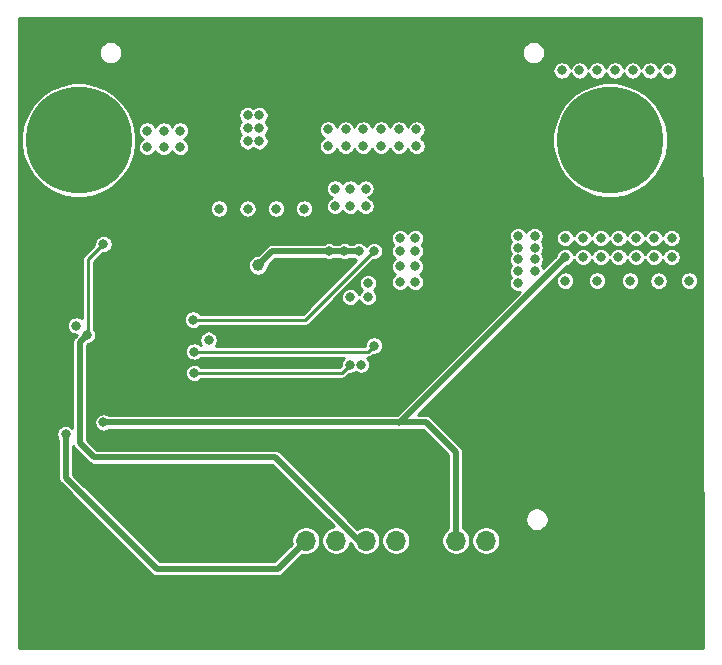
<source format=gbr>
%TF.GenerationSoftware,KiCad,Pcbnew,(5.1.8)-1*%
%TF.CreationDate,2022-03-13T17:16:43-07:00*%
%TF.ProjectId,lm5116_synchronous_buck,6c6d3531-3136-45f7-9379-6e6368726f6e,rev?*%
%TF.SameCoordinates,Original*%
%TF.FileFunction,Copper,L4,Bot*%
%TF.FilePolarity,Positive*%
%FSLAX46Y46*%
G04 Gerber Fmt 4.6, Leading zero omitted, Abs format (unit mm)*
G04 Created by KiCad (PCBNEW (5.1.8)-1) date 2022-03-13 17:16:43*
%MOMM*%
%LPD*%
G01*
G04 APERTURE LIST*
%TA.AperFunction,ComponentPad*%
%ADD10C,0.900000*%
%TD*%
%TA.AperFunction,ComponentPad*%
%ADD11C,9.000000*%
%TD*%
%TA.AperFunction,ComponentPad*%
%ADD12O,1.700000X1.700000*%
%TD*%
%TA.AperFunction,ComponentPad*%
%ADD13R,1.700000X1.700000*%
%TD*%
%TA.AperFunction,ViaPad*%
%ADD14C,0.800000*%
%TD*%
%TA.AperFunction,ViaPad*%
%ADD15C,1.000000*%
%TD*%
%TA.AperFunction,Conductor*%
%ADD16C,0.500000*%
%TD*%
%TA.AperFunction,Conductor*%
%ADD17C,0.250000*%
%TD*%
%TA.AperFunction,Conductor*%
%ADD18C,0.254000*%
%TD*%
%TA.AperFunction,Conductor*%
%ADD19C,0.100000*%
%TD*%
G04 APERTURE END LIST*
D10*
%TO.P,H4,1*%
%TO.N,CSG*%
X123386485Y-119813515D03*
X121000000Y-118825000D03*
X118613515Y-119813515D03*
X117625000Y-122200000D03*
X118613515Y-124586485D03*
X121000000Y-125575000D03*
X123386485Y-124586485D03*
X124375000Y-122200000D03*
D11*
X121000000Y-122200000D03*
%TD*%
D10*
%TO.P,H3,1*%
%TO.N,Vout*%
X168386485Y-82413515D03*
X166000000Y-81425000D03*
X163613515Y-82413515D03*
X162625000Y-84800000D03*
X163613515Y-87186485D03*
X166000000Y-88175000D03*
X168386485Y-87186485D03*
X169375000Y-84800000D03*
D11*
X166000000Y-84800000D03*
%TD*%
D10*
%TO.P,H2,1*%
%TO.N,CSG*%
X168386485Y-119813515D03*
X166000000Y-118825000D03*
X163613515Y-119813515D03*
X162625000Y-122200000D03*
X163613515Y-124586485D03*
X166000000Y-125575000D03*
X168386485Y-124586485D03*
X169375000Y-122200000D03*
D11*
X166000000Y-122200000D03*
%TD*%
D10*
%TO.P,H1,1*%
%TO.N,Vin*%
X123386485Y-82413515D03*
X121000000Y-81425000D03*
X118613515Y-82413515D03*
X117625000Y-84800000D03*
X118613515Y-87186485D03*
X121000000Y-88175000D03*
X123386485Y-87186485D03*
X124375000Y-84800000D03*
D11*
X121000000Y-84800000D03*
%TD*%
D12*
%TO.P,J2,8*%
%TO.N,Vin*%
X155480000Y-118700000D03*
%TO.P,J2,7*%
%TO.N,Vout*%
X152940000Y-118700000D03*
%TO.P,J2,6*%
%TO.N,CSG*%
X150400000Y-118700000D03*
%TO.P,J2,5*%
%TO.N,SW*%
X147860000Y-118700000D03*
%TO.P,J2,4*%
%TO.N,EN*%
X145320000Y-118700000D03*
%TO.P,J2,3*%
%TO.N,CS*%
X142780000Y-118700000D03*
%TO.P,J2,2*%
%TO.N,FB*%
X140240000Y-118700000D03*
D13*
%TO.P,J2,1*%
%TO.N,CSG*%
X137700000Y-118700000D03*
%TD*%
D14*
%TO.N,CSG*%
X136400000Y-76200000D03*
X135400000Y-76200000D03*
X136400000Y-77200000D03*
X135400000Y-77200000D03*
X136400000Y-78200000D03*
X135400000Y-78200000D03*
X135300000Y-93600000D03*
X172700000Y-99700000D03*
X170100000Y-99700000D03*
X167700000Y-99700000D03*
X164900000Y-99700000D03*
X162200000Y-99700000D03*
X166700000Y-102000000D03*
X162200000Y-103500000D03*
X169700000Y-102000000D03*
X166700000Y-103500000D03*
X168200000Y-102000000D03*
X171200000Y-102000000D03*
X169700000Y-103500000D03*
X165200000Y-103500000D03*
X168200000Y-103500000D03*
X163700000Y-103500000D03*
X162200000Y-102000000D03*
X171200000Y-103500000D03*
X165200000Y-102000000D03*
X163700000Y-102000000D03*
X125300000Y-103100000D03*
X125300000Y-101400000D03*
X125300000Y-99700000D03*
X127000000Y-103100000D03*
X127000000Y-99700000D03*
X127000000Y-101400000D03*
X127000000Y-104800000D03*
X127800000Y-115700000D03*
X130800000Y-115700000D03*
X132300000Y-115700000D03*
X129300000Y-115700000D03*
X136800000Y-115700000D03*
X135300000Y-115700000D03*
X133800000Y-115700000D03*
X162100000Y-110400000D03*
X165100000Y-110400000D03*
X166600000Y-110400000D03*
X163600000Y-110400000D03*
X171100000Y-110400000D03*
X169600000Y-110400000D03*
X168100000Y-110400000D03*
X162100000Y-111900000D03*
X165100000Y-111900000D03*
X166600000Y-111900000D03*
X163600000Y-111900000D03*
X171100000Y-111900000D03*
X169600000Y-111900000D03*
X168100000Y-111900000D03*
X143200000Y-75600000D03*
X146200000Y-75600000D03*
X144700000Y-75600000D03*
X143200000Y-77500000D03*
X146200000Y-77500000D03*
X144700000Y-77500000D03*
X119400000Y-96900000D03*
X117700000Y-96900000D03*
X116700000Y-98700000D03*
X116700000Y-101200000D03*
X116600000Y-103600000D03*
X125800000Y-98000000D03*
X129400000Y-88600000D03*
X172200000Y-91400000D03*
X116400000Y-105700000D03*
X116300000Y-108300000D03*
X132900000Y-93575000D03*
%TO.N,FB*%
X119900000Y-109700000D03*
%TO.N,Vin*%
X136300000Y-84900000D03*
X135300000Y-84900000D03*
X136300000Y-83800000D03*
X135300000Y-83800000D03*
X136300000Y-82700000D03*
X135300000Y-82700000D03*
X140100000Y-90600000D03*
X137700000Y-90600000D03*
X135300000Y-90600000D03*
X132900000Y-90600000D03*
X142700000Y-90400000D03*
X144000000Y-90400000D03*
X145300000Y-90400000D03*
X145300000Y-88900000D03*
X144000000Y-88900000D03*
X142700000Y-88900000D03*
X143600000Y-83900000D03*
X145100000Y-83900000D03*
X142100000Y-83900000D03*
X149600000Y-83900000D03*
X148100000Y-83900000D03*
X146600000Y-83900000D03*
X143600000Y-85300000D03*
X145100000Y-85300000D03*
X142100000Y-85300000D03*
X149600000Y-85300000D03*
X148100000Y-85300000D03*
X146600000Y-85300000D03*
X126800000Y-84000000D03*
X128200000Y-84000000D03*
X129600000Y-84000000D03*
X126800000Y-85400000D03*
X128200000Y-85400000D03*
X129600000Y-85400000D03*
%TO.N,SW*%
X149500000Y-93100000D03*
X148200000Y-93100000D03*
X149500000Y-96800000D03*
X148200000Y-96800000D03*
X149500000Y-95500000D03*
X148200000Y-95500000D03*
X149500000Y-94200000D03*
X148200000Y-94200000D03*
X144000000Y-98100000D03*
X145500000Y-98100000D03*
X145500000Y-96900000D03*
X142200000Y-94200000D03*
X143500000Y-94200000D03*
X144700000Y-94200000D03*
D15*
X136200000Y-95400000D03*
D14*
%TO.N,Vcc*%
X120800000Y-100500000D03*
X132000000Y-101700000D03*
%TO.N,Vout*%
X158200000Y-96900000D03*
X159600000Y-95900000D03*
X158200000Y-95900000D03*
X159600000Y-94900000D03*
X158200000Y-94900000D03*
X159600000Y-93900000D03*
X158200000Y-93900000D03*
X159600000Y-92900000D03*
X158200000Y-92900000D03*
X172700000Y-96700000D03*
X170100000Y-96700000D03*
X167700000Y-96700000D03*
X164900000Y-96700000D03*
X162200000Y-96700000D03*
X161900000Y-78900000D03*
X164900000Y-78900000D03*
X166400000Y-78900000D03*
X163400000Y-78900000D03*
X170900000Y-78900000D03*
X169400000Y-78900000D03*
X167900000Y-78900000D03*
X123100000Y-108700000D03*
X162200000Y-94700000D03*
X165200000Y-94700000D03*
X166700000Y-94700000D03*
X163700000Y-94700000D03*
X171200000Y-94700000D03*
X169700000Y-94700000D03*
X168200000Y-94700000D03*
X162200000Y-93100000D03*
X163700000Y-93100000D03*
X165200000Y-93100000D03*
X166700000Y-93100000D03*
X168200000Y-93100000D03*
X169700000Y-93100000D03*
X171200000Y-93100000D03*
%TO.N,EN*%
X121700000Y-101300000D03*
X123100000Y-93600000D03*
%TO.N,CS*%
X144000000Y-103800000D03*
X144900000Y-103800000D03*
X130800000Y-104500000D03*
%TO.N,HO*%
X146000000Y-94200000D03*
X130700000Y-100000000D03*
%TO.N,LO*%
X146000000Y-102200000D03*
X130800000Y-102700000D03*
%TD*%
D16*
%TO.N,FB*%
X137840000Y-121100000D02*
X140240000Y-118700000D01*
X130734315Y-121100000D02*
X137840000Y-121100000D01*
X127600000Y-121100000D02*
X119900000Y-113400000D01*
X127900000Y-121100000D02*
X127600000Y-121100000D01*
X119900000Y-113400000D02*
X119900000Y-109700000D01*
X130734315Y-121100000D02*
X127900000Y-121100000D01*
%TO.N,SW*%
X142200000Y-94200000D02*
X137500000Y-94200000D01*
X137400000Y-94200000D02*
X137500000Y-94200000D01*
X136200000Y-95400000D02*
X137400000Y-94200000D01*
X142200000Y-94200000D02*
X144700000Y-94200000D01*
%TO.N,Vout*%
X148100000Y-108700000D02*
X148150000Y-108750000D01*
X124800000Y-108700000D02*
X148100000Y-108700000D01*
X148150000Y-108750000D02*
X162200000Y-94700000D01*
X148100000Y-108700000D02*
X150400000Y-108700000D01*
X152940000Y-111240000D02*
X152940000Y-118700000D01*
X150400000Y-108700000D02*
X152940000Y-111240000D01*
X124800000Y-108700000D02*
X123100000Y-108700000D01*
D17*
%TO.N,EN*%
X121800000Y-94900000D02*
X123100000Y-93600000D01*
X121800000Y-101300000D02*
X121800000Y-94900000D01*
X121626998Y-101300000D02*
X121800000Y-101300000D01*
D16*
X122291999Y-111650001D02*
X121100000Y-110458002D01*
X137654003Y-111650001D02*
X122291999Y-111650001D01*
X144704002Y-118700000D02*
X137654003Y-111650001D01*
X145320000Y-118700000D02*
X144704002Y-118700000D01*
X121100000Y-101900000D02*
X121700000Y-101300000D01*
X121100000Y-110458002D02*
X121100000Y-101900000D01*
D17*
%TO.N,CS*%
X143300000Y-104500000D02*
X144000000Y-103800000D01*
X130700000Y-104500000D02*
X143300000Y-104500000D01*
%TO.N,HO*%
X140200000Y-100000000D02*
X146000000Y-94200000D01*
X130700000Y-100000000D02*
X140200000Y-100000000D01*
%TO.N,LO*%
X145500000Y-102700000D02*
X146000000Y-102200000D01*
X130700000Y-102700000D02*
X145500000Y-102700000D01*
%TD*%
D18*
%TO.N,CSG*%
X173872525Y-127773000D02*
X115927000Y-127773000D01*
X115927000Y-109623078D01*
X119119000Y-109623078D01*
X119119000Y-109776922D01*
X119149013Y-109927809D01*
X119207887Y-110069942D01*
X119269001Y-110161406D01*
X119269000Y-113369010D01*
X119265948Y-113400000D01*
X119269000Y-113430990D01*
X119269000Y-113430997D01*
X119278130Y-113523697D01*
X119314211Y-113642641D01*
X119372804Y-113752260D01*
X119451657Y-113848343D01*
X119475737Y-113868105D01*
X127131895Y-121524263D01*
X127151657Y-121548343D01*
X127247739Y-121627196D01*
X127357358Y-121685789D01*
X127476302Y-121721870D01*
X127569002Y-121731000D01*
X127569011Y-121731000D01*
X127599999Y-121734052D01*
X127630987Y-121731000D01*
X137809010Y-121731000D01*
X137840000Y-121734052D01*
X137870990Y-121731000D01*
X137870998Y-121731000D01*
X137963698Y-121721870D01*
X138082642Y-121685789D01*
X138192261Y-121627196D01*
X138288343Y-121548343D01*
X138308105Y-121524263D01*
X139937436Y-119894933D01*
X140118757Y-119931000D01*
X140361243Y-119931000D01*
X140599069Y-119883693D01*
X140823097Y-119790898D01*
X141024717Y-119656180D01*
X141196180Y-119484717D01*
X141330898Y-119283097D01*
X141423693Y-119059069D01*
X141471000Y-118821243D01*
X141471000Y-118578757D01*
X141423693Y-118340931D01*
X141330898Y-118116903D01*
X141196180Y-117915283D01*
X141024717Y-117743820D01*
X140823097Y-117609102D01*
X140599069Y-117516307D01*
X140361243Y-117469000D01*
X140118757Y-117469000D01*
X139880931Y-117516307D01*
X139656903Y-117609102D01*
X139455283Y-117743820D01*
X139283820Y-117915283D01*
X139149102Y-118116903D01*
X139056307Y-118340931D01*
X139009000Y-118578757D01*
X139009000Y-118821243D01*
X139045067Y-119002564D01*
X137578632Y-120469000D01*
X127861368Y-120469000D01*
X120531000Y-113138632D01*
X120531000Y-110732053D01*
X120572804Y-110810262D01*
X120651657Y-110906345D01*
X120675737Y-110926107D01*
X121823898Y-112074269D01*
X121843656Y-112098344D01*
X121939738Y-112177197D01*
X122049357Y-112235790D01*
X122168301Y-112271871D01*
X122261001Y-112281001D01*
X122261010Y-112281001D01*
X122291998Y-112284053D01*
X122322986Y-112281001D01*
X137392635Y-112281001D01*
X142593595Y-117481962D01*
X142420931Y-117516307D01*
X142196903Y-117609102D01*
X141995283Y-117743820D01*
X141823820Y-117915283D01*
X141689102Y-118116903D01*
X141596307Y-118340931D01*
X141549000Y-118578757D01*
X141549000Y-118821243D01*
X141596307Y-119059069D01*
X141689102Y-119283097D01*
X141823820Y-119484717D01*
X141995283Y-119656180D01*
X142196903Y-119790898D01*
X142420931Y-119883693D01*
X142658757Y-119931000D01*
X142901243Y-119931000D01*
X143139069Y-119883693D01*
X143363097Y-119790898D01*
X143564717Y-119656180D01*
X143736180Y-119484717D01*
X143870898Y-119283097D01*
X143963693Y-119059069D01*
X143998038Y-118886405D01*
X144127767Y-119016133D01*
X144136307Y-119059069D01*
X144229102Y-119283097D01*
X144363820Y-119484717D01*
X144535283Y-119656180D01*
X144736903Y-119790898D01*
X144960931Y-119883693D01*
X145198757Y-119931000D01*
X145441243Y-119931000D01*
X145679069Y-119883693D01*
X145903097Y-119790898D01*
X146104717Y-119656180D01*
X146276180Y-119484717D01*
X146410898Y-119283097D01*
X146503693Y-119059069D01*
X146551000Y-118821243D01*
X146551000Y-118578757D01*
X146629000Y-118578757D01*
X146629000Y-118821243D01*
X146676307Y-119059069D01*
X146769102Y-119283097D01*
X146903820Y-119484717D01*
X147075283Y-119656180D01*
X147276903Y-119790898D01*
X147500931Y-119883693D01*
X147738757Y-119931000D01*
X147981243Y-119931000D01*
X148219069Y-119883693D01*
X148443097Y-119790898D01*
X148644717Y-119656180D01*
X148816180Y-119484717D01*
X148950898Y-119283097D01*
X149043693Y-119059069D01*
X149091000Y-118821243D01*
X149091000Y-118578757D01*
X149043693Y-118340931D01*
X148950898Y-118116903D01*
X148816180Y-117915283D01*
X148644717Y-117743820D01*
X148443097Y-117609102D01*
X148219069Y-117516307D01*
X147981243Y-117469000D01*
X147738757Y-117469000D01*
X147500931Y-117516307D01*
X147276903Y-117609102D01*
X147075283Y-117743820D01*
X146903820Y-117915283D01*
X146769102Y-118116903D01*
X146676307Y-118340931D01*
X146629000Y-118578757D01*
X146551000Y-118578757D01*
X146503693Y-118340931D01*
X146410898Y-118116903D01*
X146276180Y-117915283D01*
X146104717Y-117743820D01*
X145903097Y-117609102D01*
X145679069Y-117516307D01*
X145441243Y-117469000D01*
X145198757Y-117469000D01*
X144960931Y-117516307D01*
X144736903Y-117609102D01*
X144598171Y-117701800D01*
X138122108Y-111225738D01*
X138102346Y-111201658D01*
X138006264Y-111122805D01*
X137896645Y-111064212D01*
X137777701Y-111028131D01*
X137685001Y-111019001D01*
X137684993Y-111019001D01*
X137654003Y-111015949D01*
X137623013Y-111019001D01*
X122553368Y-111019001D01*
X121731000Y-110196634D01*
X121731000Y-108623078D01*
X122319000Y-108623078D01*
X122319000Y-108776922D01*
X122349013Y-108927809D01*
X122407887Y-109069942D01*
X122493358Y-109197859D01*
X122602141Y-109306642D01*
X122730058Y-109392113D01*
X122872191Y-109450987D01*
X123023078Y-109481000D01*
X123176922Y-109481000D01*
X123327809Y-109450987D01*
X123469942Y-109392113D01*
X123561405Y-109331000D01*
X147898399Y-109331000D01*
X147907359Y-109335789D01*
X148026303Y-109371870D01*
X148150000Y-109384052D01*
X148273697Y-109371870D01*
X148392641Y-109335789D01*
X148401601Y-109331000D01*
X150138632Y-109331000D01*
X152309000Y-111501368D01*
X152309001Y-117641109D01*
X152155283Y-117743820D01*
X151983820Y-117915283D01*
X151849102Y-118116903D01*
X151756307Y-118340931D01*
X151709000Y-118578757D01*
X151709000Y-118821243D01*
X151756307Y-119059069D01*
X151849102Y-119283097D01*
X151983820Y-119484717D01*
X152155283Y-119656180D01*
X152356903Y-119790898D01*
X152580931Y-119883693D01*
X152818757Y-119931000D01*
X153061243Y-119931000D01*
X153299069Y-119883693D01*
X153523097Y-119790898D01*
X153724717Y-119656180D01*
X153896180Y-119484717D01*
X154030898Y-119283097D01*
X154123693Y-119059069D01*
X154171000Y-118821243D01*
X154171000Y-118578757D01*
X154249000Y-118578757D01*
X154249000Y-118821243D01*
X154296307Y-119059069D01*
X154389102Y-119283097D01*
X154523820Y-119484717D01*
X154695283Y-119656180D01*
X154896903Y-119790898D01*
X155120931Y-119883693D01*
X155358757Y-119931000D01*
X155601243Y-119931000D01*
X155839069Y-119883693D01*
X156063097Y-119790898D01*
X156264717Y-119656180D01*
X156436180Y-119484717D01*
X156570898Y-119283097D01*
X156663693Y-119059069D01*
X156711000Y-118821243D01*
X156711000Y-118578757D01*
X156663693Y-118340931D01*
X156570898Y-118116903D01*
X156436180Y-117915283D01*
X156264717Y-117743820D01*
X156063097Y-117609102D01*
X155839069Y-117516307D01*
X155601243Y-117469000D01*
X155358757Y-117469000D01*
X155120931Y-117516307D01*
X154896903Y-117609102D01*
X154695283Y-117743820D01*
X154523820Y-117915283D01*
X154389102Y-118116903D01*
X154296307Y-118340931D01*
X154249000Y-118578757D01*
X154171000Y-118578757D01*
X154123693Y-118340931D01*
X154030898Y-118116903D01*
X153896180Y-117915283D01*
X153724717Y-117743820D01*
X153571000Y-117641110D01*
X153571000Y-116801787D01*
X158802825Y-116801787D01*
X158802825Y-116998213D01*
X158841146Y-117190865D01*
X158916315Y-117372340D01*
X159025444Y-117535662D01*
X159164338Y-117674556D01*
X159327660Y-117783685D01*
X159509135Y-117858854D01*
X159701787Y-117897175D01*
X159898213Y-117897175D01*
X160090865Y-117858854D01*
X160272340Y-117783685D01*
X160435662Y-117674556D01*
X160574556Y-117535662D01*
X160683685Y-117372340D01*
X160758854Y-117190865D01*
X160797175Y-116998213D01*
X160797175Y-116801787D01*
X160758854Y-116609135D01*
X160683685Y-116427660D01*
X160574556Y-116264338D01*
X160435662Y-116125444D01*
X160272340Y-116016315D01*
X160090865Y-115941146D01*
X159898213Y-115902825D01*
X159701787Y-115902825D01*
X159509135Y-115941146D01*
X159327660Y-116016315D01*
X159164338Y-116125444D01*
X159025444Y-116264338D01*
X158916315Y-116427660D01*
X158841146Y-116609135D01*
X158802825Y-116801787D01*
X153571000Y-116801787D01*
X153571000Y-111270987D01*
X153574052Y-111239999D01*
X153571000Y-111209011D01*
X153571000Y-111209002D01*
X153561870Y-111116302D01*
X153525789Y-110997358D01*
X153467196Y-110887739D01*
X153388343Y-110791657D01*
X153364264Y-110771896D01*
X150868105Y-108275737D01*
X150848343Y-108251657D01*
X150752261Y-108172804D01*
X150642642Y-108114211D01*
X150523698Y-108078130D01*
X150430998Y-108069000D01*
X150430990Y-108069000D01*
X150400000Y-108065948D01*
X150369010Y-108069000D01*
X149723368Y-108069000D01*
X161169290Y-96623078D01*
X161419000Y-96623078D01*
X161419000Y-96776922D01*
X161449013Y-96927809D01*
X161507887Y-97069942D01*
X161593358Y-97197859D01*
X161702141Y-97306642D01*
X161830058Y-97392113D01*
X161972191Y-97450987D01*
X162123078Y-97481000D01*
X162276922Y-97481000D01*
X162427809Y-97450987D01*
X162569942Y-97392113D01*
X162697859Y-97306642D01*
X162806642Y-97197859D01*
X162892113Y-97069942D01*
X162950987Y-96927809D01*
X162981000Y-96776922D01*
X162981000Y-96623078D01*
X164119000Y-96623078D01*
X164119000Y-96776922D01*
X164149013Y-96927809D01*
X164207887Y-97069942D01*
X164293358Y-97197859D01*
X164402141Y-97306642D01*
X164530058Y-97392113D01*
X164672191Y-97450987D01*
X164823078Y-97481000D01*
X164976922Y-97481000D01*
X165127809Y-97450987D01*
X165269942Y-97392113D01*
X165397859Y-97306642D01*
X165506642Y-97197859D01*
X165592113Y-97069942D01*
X165650987Y-96927809D01*
X165681000Y-96776922D01*
X165681000Y-96623078D01*
X166919000Y-96623078D01*
X166919000Y-96776922D01*
X166949013Y-96927809D01*
X167007887Y-97069942D01*
X167093358Y-97197859D01*
X167202141Y-97306642D01*
X167330058Y-97392113D01*
X167472191Y-97450987D01*
X167623078Y-97481000D01*
X167776922Y-97481000D01*
X167927809Y-97450987D01*
X168069942Y-97392113D01*
X168197859Y-97306642D01*
X168306642Y-97197859D01*
X168392113Y-97069942D01*
X168450987Y-96927809D01*
X168481000Y-96776922D01*
X168481000Y-96623078D01*
X169319000Y-96623078D01*
X169319000Y-96776922D01*
X169349013Y-96927809D01*
X169407887Y-97069942D01*
X169493358Y-97197859D01*
X169602141Y-97306642D01*
X169730058Y-97392113D01*
X169872191Y-97450987D01*
X170023078Y-97481000D01*
X170176922Y-97481000D01*
X170327809Y-97450987D01*
X170469942Y-97392113D01*
X170597859Y-97306642D01*
X170706642Y-97197859D01*
X170792113Y-97069942D01*
X170850987Y-96927809D01*
X170881000Y-96776922D01*
X170881000Y-96623078D01*
X171919000Y-96623078D01*
X171919000Y-96776922D01*
X171949013Y-96927809D01*
X172007887Y-97069942D01*
X172093358Y-97197859D01*
X172202141Y-97306642D01*
X172330058Y-97392113D01*
X172472191Y-97450987D01*
X172623078Y-97481000D01*
X172776922Y-97481000D01*
X172927809Y-97450987D01*
X173069942Y-97392113D01*
X173197859Y-97306642D01*
X173306642Y-97197859D01*
X173392113Y-97069942D01*
X173450987Y-96927809D01*
X173481000Y-96776922D01*
X173481000Y-96623078D01*
X173450987Y-96472191D01*
X173392113Y-96330058D01*
X173306642Y-96202141D01*
X173197859Y-96093358D01*
X173069942Y-96007887D01*
X172927809Y-95949013D01*
X172776922Y-95919000D01*
X172623078Y-95919000D01*
X172472191Y-95949013D01*
X172330058Y-96007887D01*
X172202141Y-96093358D01*
X172093358Y-96202141D01*
X172007887Y-96330058D01*
X171949013Y-96472191D01*
X171919000Y-96623078D01*
X170881000Y-96623078D01*
X170850987Y-96472191D01*
X170792113Y-96330058D01*
X170706642Y-96202141D01*
X170597859Y-96093358D01*
X170469942Y-96007887D01*
X170327809Y-95949013D01*
X170176922Y-95919000D01*
X170023078Y-95919000D01*
X169872191Y-95949013D01*
X169730058Y-96007887D01*
X169602141Y-96093358D01*
X169493358Y-96202141D01*
X169407887Y-96330058D01*
X169349013Y-96472191D01*
X169319000Y-96623078D01*
X168481000Y-96623078D01*
X168450987Y-96472191D01*
X168392113Y-96330058D01*
X168306642Y-96202141D01*
X168197859Y-96093358D01*
X168069942Y-96007887D01*
X167927809Y-95949013D01*
X167776922Y-95919000D01*
X167623078Y-95919000D01*
X167472191Y-95949013D01*
X167330058Y-96007887D01*
X167202141Y-96093358D01*
X167093358Y-96202141D01*
X167007887Y-96330058D01*
X166949013Y-96472191D01*
X166919000Y-96623078D01*
X165681000Y-96623078D01*
X165650987Y-96472191D01*
X165592113Y-96330058D01*
X165506642Y-96202141D01*
X165397859Y-96093358D01*
X165269942Y-96007887D01*
X165127809Y-95949013D01*
X164976922Y-95919000D01*
X164823078Y-95919000D01*
X164672191Y-95949013D01*
X164530058Y-96007887D01*
X164402141Y-96093358D01*
X164293358Y-96202141D01*
X164207887Y-96330058D01*
X164149013Y-96472191D01*
X164119000Y-96623078D01*
X162981000Y-96623078D01*
X162950987Y-96472191D01*
X162892113Y-96330058D01*
X162806642Y-96202141D01*
X162697859Y-96093358D01*
X162569942Y-96007887D01*
X162427809Y-95949013D01*
X162276922Y-95919000D01*
X162123078Y-95919000D01*
X161972191Y-95949013D01*
X161830058Y-96007887D01*
X161702141Y-96093358D01*
X161593358Y-96202141D01*
X161507887Y-96330058D01*
X161449013Y-96472191D01*
X161419000Y-96623078D01*
X161169290Y-96623078D01*
X162319922Y-95472447D01*
X162427809Y-95450987D01*
X162569942Y-95392113D01*
X162697859Y-95306642D01*
X162806642Y-95197859D01*
X162892113Y-95069942D01*
X162950000Y-94930192D01*
X163007887Y-95069942D01*
X163093358Y-95197859D01*
X163202141Y-95306642D01*
X163330058Y-95392113D01*
X163472191Y-95450987D01*
X163623078Y-95481000D01*
X163776922Y-95481000D01*
X163927809Y-95450987D01*
X164069942Y-95392113D01*
X164197859Y-95306642D01*
X164306642Y-95197859D01*
X164392113Y-95069942D01*
X164450000Y-94930192D01*
X164507887Y-95069942D01*
X164593358Y-95197859D01*
X164702141Y-95306642D01*
X164830058Y-95392113D01*
X164972191Y-95450987D01*
X165123078Y-95481000D01*
X165276922Y-95481000D01*
X165427809Y-95450987D01*
X165569942Y-95392113D01*
X165697859Y-95306642D01*
X165806642Y-95197859D01*
X165892113Y-95069942D01*
X165950000Y-94930192D01*
X166007887Y-95069942D01*
X166093358Y-95197859D01*
X166202141Y-95306642D01*
X166330058Y-95392113D01*
X166472191Y-95450987D01*
X166623078Y-95481000D01*
X166776922Y-95481000D01*
X166927809Y-95450987D01*
X167069942Y-95392113D01*
X167197859Y-95306642D01*
X167306642Y-95197859D01*
X167392113Y-95069942D01*
X167450000Y-94930192D01*
X167507887Y-95069942D01*
X167593358Y-95197859D01*
X167702141Y-95306642D01*
X167830058Y-95392113D01*
X167972191Y-95450987D01*
X168123078Y-95481000D01*
X168276922Y-95481000D01*
X168427809Y-95450987D01*
X168569942Y-95392113D01*
X168697859Y-95306642D01*
X168806642Y-95197859D01*
X168892113Y-95069942D01*
X168950000Y-94930192D01*
X169007887Y-95069942D01*
X169093358Y-95197859D01*
X169202141Y-95306642D01*
X169330058Y-95392113D01*
X169472191Y-95450987D01*
X169623078Y-95481000D01*
X169776922Y-95481000D01*
X169927809Y-95450987D01*
X170069942Y-95392113D01*
X170197859Y-95306642D01*
X170306642Y-95197859D01*
X170392113Y-95069942D01*
X170450000Y-94930192D01*
X170507887Y-95069942D01*
X170593358Y-95197859D01*
X170702141Y-95306642D01*
X170830058Y-95392113D01*
X170972191Y-95450987D01*
X171123078Y-95481000D01*
X171276922Y-95481000D01*
X171427809Y-95450987D01*
X171569942Y-95392113D01*
X171697859Y-95306642D01*
X171806642Y-95197859D01*
X171892113Y-95069942D01*
X171950987Y-94927809D01*
X171981000Y-94776922D01*
X171981000Y-94623078D01*
X171950987Y-94472191D01*
X171892113Y-94330058D01*
X171806642Y-94202141D01*
X171697859Y-94093358D01*
X171569942Y-94007887D01*
X171427809Y-93949013D01*
X171276922Y-93919000D01*
X171123078Y-93919000D01*
X170972191Y-93949013D01*
X170830058Y-94007887D01*
X170702141Y-94093358D01*
X170593358Y-94202141D01*
X170507887Y-94330058D01*
X170450000Y-94469808D01*
X170392113Y-94330058D01*
X170306642Y-94202141D01*
X170197859Y-94093358D01*
X170069942Y-94007887D01*
X169927809Y-93949013D01*
X169776922Y-93919000D01*
X169623078Y-93919000D01*
X169472191Y-93949013D01*
X169330058Y-94007887D01*
X169202141Y-94093358D01*
X169093358Y-94202141D01*
X169007887Y-94330058D01*
X168950000Y-94469808D01*
X168892113Y-94330058D01*
X168806642Y-94202141D01*
X168697859Y-94093358D01*
X168569942Y-94007887D01*
X168427809Y-93949013D01*
X168276922Y-93919000D01*
X168123078Y-93919000D01*
X167972191Y-93949013D01*
X167830058Y-94007887D01*
X167702141Y-94093358D01*
X167593358Y-94202141D01*
X167507887Y-94330058D01*
X167450000Y-94469808D01*
X167392113Y-94330058D01*
X167306642Y-94202141D01*
X167197859Y-94093358D01*
X167069942Y-94007887D01*
X166927809Y-93949013D01*
X166776922Y-93919000D01*
X166623078Y-93919000D01*
X166472191Y-93949013D01*
X166330058Y-94007887D01*
X166202141Y-94093358D01*
X166093358Y-94202141D01*
X166007887Y-94330058D01*
X165950000Y-94469808D01*
X165892113Y-94330058D01*
X165806642Y-94202141D01*
X165697859Y-94093358D01*
X165569942Y-94007887D01*
X165427809Y-93949013D01*
X165276922Y-93919000D01*
X165123078Y-93919000D01*
X164972191Y-93949013D01*
X164830058Y-94007887D01*
X164702141Y-94093358D01*
X164593358Y-94202141D01*
X164507887Y-94330058D01*
X164450000Y-94469808D01*
X164392113Y-94330058D01*
X164306642Y-94202141D01*
X164197859Y-94093358D01*
X164069942Y-94007887D01*
X163927809Y-93949013D01*
X163776922Y-93919000D01*
X163623078Y-93919000D01*
X163472191Y-93949013D01*
X163330058Y-94007887D01*
X163202141Y-94093358D01*
X163093358Y-94202141D01*
X163007887Y-94330058D01*
X162950000Y-94469808D01*
X162892113Y-94330058D01*
X162806642Y-94202141D01*
X162697859Y-94093358D01*
X162569942Y-94007887D01*
X162427809Y-93949013D01*
X162276922Y-93919000D01*
X162123078Y-93919000D01*
X161972191Y-93949013D01*
X161830058Y-94007887D01*
X161702141Y-94093358D01*
X161593358Y-94202141D01*
X161507887Y-94330058D01*
X161449013Y-94472191D01*
X161427553Y-94580078D01*
X160346433Y-95661198D01*
X160292113Y-95530058D01*
X160206642Y-95402141D01*
X160204501Y-95400000D01*
X160206642Y-95397859D01*
X160292113Y-95269942D01*
X160350987Y-95127809D01*
X160381000Y-94976922D01*
X160381000Y-94823078D01*
X160350987Y-94672191D01*
X160292113Y-94530058D01*
X160206642Y-94402141D01*
X160204501Y-94400000D01*
X160206642Y-94397859D01*
X160292113Y-94269942D01*
X160350987Y-94127809D01*
X160381000Y-93976922D01*
X160381000Y-93823078D01*
X160350987Y-93672191D01*
X160292113Y-93530058D01*
X160206642Y-93402141D01*
X160204501Y-93400000D01*
X160206642Y-93397859D01*
X160292113Y-93269942D01*
X160350987Y-93127809D01*
X160371819Y-93023078D01*
X161419000Y-93023078D01*
X161419000Y-93176922D01*
X161449013Y-93327809D01*
X161507887Y-93469942D01*
X161593358Y-93597859D01*
X161702141Y-93706642D01*
X161830058Y-93792113D01*
X161972191Y-93850987D01*
X162123078Y-93881000D01*
X162276922Y-93881000D01*
X162427809Y-93850987D01*
X162569942Y-93792113D01*
X162697859Y-93706642D01*
X162806642Y-93597859D01*
X162892113Y-93469942D01*
X162950000Y-93330192D01*
X163007887Y-93469942D01*
X163093358Y-93597859D01*
X163202141Y-93706642D01*
X163330058Y-93792113D01*
X163472191Y-93850987D01*
X163623078Y-93881000D01*
X163776922Y-93881000D01*
X163927809Y-93850987D01*
X164069942Y-93792113D01*
X164197859Y-93706642D01*
X164306642Y-93597859D01*
X164392113Y-93469942D01*
X164450000Y-93330192D01*
X164507887Y-93469942D01*
X164593358Y-93597859D01*
X164702141Y-93706642D01*
X164830058Y-93792113D01*
X164972191Y-93850987D01*
X165123078Y-93881000D01*
X165276922Y-93881000D01*
X165427809Y-93850987D01*
X165569942Y-93792113D01*
X165697859Y-93706642D01*
X165806642Y-93597859D01*
X165892113Y-93469942D01*
X165950000Y-93330192D01*
X166007887Y-93469942D01*
X166093358Y-93597859D01*
X166202141Y-93706642D01*
X166330058Y-93792113D01*
X166472191Y-93850987D01*
X166623078Y-93881000D01*
X166776922Y-93881000D01*
X166927809Y-93850987D01*
X167069942Y-93792113D01*
X167197859Y-93706642D01*
X167306642Y-93597859D01*
X167392113Y-93469942D01*
X167450000Y-93330192D01*
X167507887Y-93469942D01*
X167593358Y-93597859D01*
X167702141Y-93706642D01*
X167830058Y-93792113D01*
X167972191Y-93850987D01*
X168123078Y-93881000D01*
X168276922Y-93881000D01*
X168427809Y-93850987D01*
X168569942Y-93792113D01*
X168697859Y-93706642D01*
X168806642Y-93597859D01*
X168892113Y-93469942D01*
X168950000Y-93330192D01*
X169007887Y-93469942D01*
X169093358Y-93597859D01*
X169202141Y-93706642D01*
X169330058Y-93792113D01*
X169472191Y-93850987D01*
X169623078Y-93881000D01*
X169776922Y-93881000D01*
X169927809Y-93850987D01*
X170069942Y-93792113D01*
X170197859Y-93706642D01*
X170306642Y-93597859D01*
X170392113Y-93469942D01*
X170450000Y-93330192D01*
X170507887Y-93469942D01*
X170593358Y-93597859D01*
X170702141Y-93706642D01*
X170830058Y-93792113D01*
X170972191Y-93850987D01*
X171123078Y-93881000D01*
X171276922Y-93881000D01*
X171427809Y-93850987D01*
X171569942Y-93792113D01*
X171697859Y-93706642D01*
X171806642Y-93597859D01*
X171892113Y-93469942D01*
X171950987Y-93327809D01*
X171981000Y-93176922D01*
X171981000Y-93023078D01*
X171950987Y-92872191D01*
X171892113Y-92730058D01*
X171806642Y-92602141D01*
X171697859Y-92493358D01*
X171569942Y-92407887D01*
X171427809Y-92349013D01*
X171276922Y-92319000D01*
X171123078Y-92319000D01*
X170972191Y-92349013D01*
X170830058Y-92407887D01*
X170702141Y-92493358D01*
X170593358Y-92602141D01*
X170507887Y-92730058D01*
X170450000Y-92869808D01*
X170392113Y-92730058D01*
X170306642Y-92602141D01*
X170197859Y-92493358D01*
X170069942Y-92407887D01*
X169927809Y-92349013D01*
X169776922Y-92319000D01*
X169623078Y-92319000D01*
X169472191Y-92349013D01*
X169330058Y-92407887D01*
X169202141Y-92493358D01*
X169093358Y-92602141D01*
X169007887Y-92730058D01*
X168950000Y-92869808D01*
X168892113Y-92730058D01*
X168806642Y-92602141D01*
X168697859Y-92493358D01*
X168569942Y-92407887D01*
X168427809Y-92349013D01*
X168276922Y-92319000D01*
X168123078Y-92319000D01*
X167972191Y-92349013D01*
X167830058Y-92407887D01*
X167702141Y-92493358D01*
X167593358Y-92602141D01*
X167507887Y-92730058D01*
X167450000Y-92869808D01*
X167392113Y-92730058D01*
X167306642Y-92602141D01*
X167197859Y-92493358D01*
X167069942Y-92407887D01*
X166927809Y-92349013D01*
X166776922Y-92319000D01*
X166623078Y-92319000D01*
X166472191Y-92349013D01*
X166330058Y-92407887D01*
X166202141Y-92493358D01*
X166093358Y-92602141D01*
X166007887Y-92730058D01*
X165950000Y-92869808D01*
X165892113Y-92730058D01*
X165806642Y-92602141D01*
X165697859Y-92493358D01*
X165569942Y-92407887D01*
X165427809Y-92349013D01*
X165276922Y-92319000D01*
X165123078Y-92319000D01*
X164972191Y-92349013D01*
X164830058Y-92407887D01*
X164702141Y-92493358D01*
X164593358Y-92602141D01*
X164507887Y-92730058D01*
X164450000Y-92869808D01*
X164392113Y-92730058D01*
X164306642Y-92602141D01*
X164197859Y-92493358D01*
X164069942Y-92407887D01*
X163927809Y-92349013D01*
X163776922Y-92319000D01*
X163623078Y-92319000D01*
X163472191Y-92349013D01*
X163330058Y-92407887D01*
X163202141Y-92493358D01*
X163093358Y-92602141D01*
X163007887Y-92730058D01*
X162950000Y-92869808D01*
X162892113Y-92730058D01*
X162806642Y-92602141D01*
X162697859Y-92493358D01*
X162569942Y-92407887D01*
X162427809Y-92349013D01*
X162276922Y-92319000D01*
X162123078Y-92319000D01*
X161972191Y-92349013D01*
X161830058Y-92407887D01*
X161702141Y-92493358D01*
X161593358Y-92602141D01*
X161507887Y-92730058D01*
X161449013Y-92872191D01*
X161419000Y-93023078D01*
X160371819Y-93023078D01*
X160381000Y-92976922D01*
X160381000Y-92823078D01*
X160350987Y-92672191D01*
X160292113Y-92530058D01*
X160206642Y-92402141D01*
X160097859Y-92293358D01*
X159969942Y-92207887D01*
X159827809Y-92149013D01*
X159676922Y-92119000D01*
X159523078Y-92119000D01*
X159372191Y-92149013D01*
X159230058Y-92207887D01*
X159102141Y-92293358D01*
X158993358Y-92402141D01*
X158907887Y-92530058D01*
X158900000Y-92549099D01*
X158892113Y-92530058D01*
X158806642Y-92402141D01*
X158697859Y-92293358D01*
X158569942Y-92207887D01*
X158427809Y-92149013D01*
X158276922Y-92119000D01*
X158123078Y-92119000D01*
X157972191Y-92149013D01*
X157830058Y-92207887D01*
X157702141Y-92293358D01*
X157593358Y-92402141D01*
X157507887Y-92530058D01*
X157449013Y-92672191D01*
X157419000Y-92823078D01*
X157419000Y-92976922D01*
X157449013Y-93127809D01*
X157507887Y-93269942D01*
X157593358Y-93397859D01*
X157595499Y-93400000D01*
X157593358Y-93402141D01*
X157507887Y-93530058D01*
X157449013Y-93672191D01*
X157419000Y-93823078D01*
X157419000Y-93976922D01*
X157449013Y-94127809D01*
X157507887Y-94269942D01*
X157593358Y-94397859D01*
X157595499Y-94400000D01*
X157593358Y-94402141D01*
X157507887Y-94530058D01*
X157449013Y-94672191D01*
X157419000Y-94823078D01*
X157419000Y-94976922D01*
X157449013Y-95127809D01*
X157507887Y-95269942D01*
X157593358Y-95397859D01*
X157595499Y-95400000D01*
X157593358Y-95402141D01*
X157507887Y-95530058D01*
X157449013Y-95672191D01*
X157419000Y-95823078D01*
X157419000Y-95976922D01*
X157449013Y-96127809D01*
X157507887Y-96269942D01*
X157593358Y-96397859D01*
X157595499Y-96400000D01*
X157593358Y-96402141D01*
X157507887Y-96530058D01*
X157449013Y-96672191D01*
X157419000Y-96823078D01*
X157419000Y-96976922D01*
X157449013Y-97127809D01*
X157507887Y-97269942D01*
X157593358Y-97397859D01*
X157702141Y-97506642D01*
X157830058Y-97592113D01*
X157972191Y-97650987D01*
X158123078Y-97681000D01*
X158276922Y-97681000D01*
X158338974Y-97668657D01*
X147938632Y-108069000D01*
X123561405Y-108069000D01*
X123469942Y-108007887D01*
X123327809Y-107949013D01*
X123176922Y-107919000D01*
X123023078Y-107919000D01*
X122872191Y-107949013D01*
X122730058Y-108007887D01*
X122602141Y-108093358D01*
X122493358Y-108202141D01*
X122407887Y-108330058D01*
X122349013Y-108472191D01*
X122319000Y-108623078D01*
X121731000Y-108623078D01*
X121731000Y-102623078D01*
X130019000Y-102623078D01*
X130019000Y-102776922D01*
X130049013Y-102927809D01*
X130107887Y-103069942D01*
X130193358Y-103197859D01*
X130302141Y-103306642D01*
X130430058Y-103392113D01*
X130572191Y-103450987D01*
X130723078Y-103481000D01*
X130876922Y-103481000D01*
X131027809Y-103450987D01*
X131169942Y-103392113D01*
X131297859Y-103306642D01*
X131398501Y-103206000D01*
X143489499Y-103206000D01*
X143393358Y-103302141D01*
X143307887Y-103430058D01*
X143249013Y-103572191D01*
X143219000Y-103723078D01*
X143219000Y-103865409D01*
X143090409Y-103994000D01*
X131398501Y-103994000D01*
X131297859Y-103893358D01*
X131169942Y-103807887D01*
X131027809Y-103749013D01*
X130876922Y-103719000D01*
X130723078Y-103719000D01*
X130572191Y-103749013D01*
X130430058Y-103807887D01*
X130302141Y-103893358D01*
X130193358Y-104002141D01*
X130107887Y-104130058D01*
X130049013Y-104272191D01*
X130019000Y-104423078D01*
X130019000Y-104576922D01*
X130049013Y-104727809D01*
X130107887Y-104869942D01*
X130193358Y-104997859D01*
X130302141Y-105106642D01*
X130430058Y-105192113D01*
X130572191Y-105250987D01*
X130723078Y-105281000D01*
X130876922Y-105281000D01*
X131027809Y-105250987D01*
X131169942Y-105192113D01*
X131297859Y-105106642D01*
X131398501Y-105006000D01*
X143275154Y-105006000D01*
X143300000Y-105008447D01*
X143324846Y-105006000D01*
X143324854Y-105006000D01*
X143399193Y-104998678D01*
X143494575Y-104969745D01*
X143582479Y-104922759D01*
X143659527Y-104859527D01*
X143675376Y-104840215D01*
X143934591Y-104581000D01*
X144076922Y-104581000D01*
X144227809Y-104550987D01*
X144369942Y-104492113D01*
X144450000Y-104438620D01*
X144530058Y-104492113D01*
X144672191Y-104550987D01*
X144823078Y-104581000D01*
X144976922Y-104581000D01*
X145127809Y-104550987D01*
X145269942Y-104492113D01*
X145397859Y-104406642D01*
X145506642Y-104297859D01*
X145592113Y-104169942D01*
X145650987Y-104027809D01*
X145681000Y-103876922D01*
X145681000Y-103723078D01*
X145650987Y-103572191D01*
X145592113Y-103430058D01*
X145506642Y-103302141D01*
X145410501Y-103206000D01*
X145475154Y-103206000D01*
X145500000Y-103208447D01*
X145524846Y-103206000D01*
X145524854Y-103206000D01*
X145599193Y-103198678D01*
X145694575Y-103169745D01*
X145782479Y-103122759D01*
X145859527Y-103059527D01*
X145875376Y-103040215D01*
X145934591Y-102981000D01*
X146076922Y-102981000D01*
X146227809Y-102950987D01*
X146369942Y-102892113D01*
X146497859Y-102806642D01*
X146606642Y-102697859D01*
X146692113Y-102569942D01*
X146750987Y-102427809D01*
X146781000Y-102276922D01*
X146781000Y-102123078D01*
X146750987Y-101972191D01*
X146692113Y-101830058D01*
X146606642Y-101702141D01*
X146497859Y-101593358D01*
X146369942Y-101507887D01*
X146227809Y-101449013D01*
X146076922Y-101419000D01*
X145923078Y-101419000D01*
X145772191Y-101449013D01*
X145630058Y-101507887D01*
X145502141Y-101593358D01*
X145393358Y-101702141D01*
X145307887Y-101830058D01*
X145249013Y-101972191D01*
X145219000Y-102123078D01*
X145219000Y-102194000D01*
X132609220Y-102194000D01*
X132692113Y-102069942D01*
X132750987Y-101927809D01*
X132781000Y-101776922D01*
X132781000Y-101623078D01*
X132750987Y-101472191D01*
X132692113Y-101330058D01*
X132606642Y-101202141D01*
X132497859Y-101093358D01*
X132369942Y-101007887D01*
X132227809Y-100949013D01*
X132076922Y-100919000D01*
X131923078Y-100919000D01*
X131772191Y-100949013D01*
X131630058Y-101007887D01*
X131502141Y-101093358D01*
X131393358Y-101202141D01*
X131307887Y-101330058D01*
X131249013Y-101472191D01*
X131219000Y-101623078D01*
X131219000Y-101776922D01*
X131249013Y-101927809D01*
X131307887Y-102069942D01*
X131375231Y-102170730D01*
X131297859Y-102093358D01*
X131169942Y-102007887D01*
X131027809Y-101949013D01*
X130876922Y-101919000D01*
X130723078Y-101919000D01*
X130572191Y-101949013D01*
X130430058Y-102007887D01*
X130302141Y-102093358D01*
X130193358Y-102202141D01*
X130107887Y-102330058D01*
X130049013Y-102472191D01*
X130019000Y-102623078D01*
X121731000Y-102623078D01*
X121731000Y-102161368D01*
X121819922Y-102072447D01*
X121927809Y-102050987D01*
X122069942Y-101992113D01*
X122197859Y-101906642D01*
X122306642Y-101797859D01*
X122392113Y-101669942D01*
X122450987Y-101527809D01*
X122481000Y-101376922D01*
X122481000Y-101223078D01*
X122450987Y-101072191D01*
X122392113Y-100930058D01*
X122306642Y-100802141D01*
X122306000Y-100801499D01*
X122306000Y-99923078D01*
X129919000Y-99923078D01*
X129919000Y-100076922D01*
X129949013Y-100227809D01*
X130007887Y-100369942D01*
X130093358Y-100497859D01*
X130202141Y-100606642D01*
X130330058Y-100692113D01*
X130472191Y-100750987D01*
X130623078Y-100781000D01*
X130776922Y-100781000D01*
X130927809Y-100750987D01*
X131069942Y-100692113D01*
X131197859Y-100606642D01*
X131298501Y-100506000D01*
X140175154Y-100506000D01*
X140200000Y-100508447D01*
X140224846Y-100506000D01*
X140224854Y-100506000D01*
X140299193Y-100498678D01*
X140394575Y-100469745D01*
X140482479Y-100422759D01*
X140559527Y-100359527D01*
X140575376Y-100340215D01*
X142892513Y-98023078D01*
X143219000Y-98023078D01*
X143219000Y-98176922D01*
X143249013Y-98327809D01*
X143307887Y-98469942D01*
X143393358Y-98597859D01*
X143502141Y-98706642D01*
X143630058Y-98792113D01*
X143772191Y-98850987D01*
X143923078Y-98881000D01*
X144076922Y-98881000D01*
X144227809Y-98850987D01*
X144369942Y-98792113D01*
X144497859Y-98706642D01*
X144606642Y-98597859D01*
X144692113Y-98469942D01*
X144750000Y-98330192D01*
X144807887Y-98469942D01*
X144893358Y-98597859D01*
X145002141Y-98706642D01*
X145130058Y-98792113D01*
X145272191Y-98850987D01*
X145423078Y-98881000D01*
X145576922Y-98881000D01*
X145727809Y-98850987D01*
X145869942Y-98792113D01*
X145997859Y-98706642D01*
X146106642Y-98597859D01*
X146192113Y-98469942D01*
X146250987Y-98327809D01*
X146281000Y-98176922D01*
X146281000Y-98023078D01*
X146250987Y-97872191D01*
X146192113Y-97730058D01*
X146106642Y-97602141D01*
X146004501Y-97500000D01*
X146106642Y-97397859D01*
X146192113Y-97269942D01*
X146250987Y-97127809D01*
X146281000Y-96976922D01*
X146281000Y-96823078D01*
X146250987Y-96672191D01*
X146192113Y-96530058D01*
X146106642Y-96402141D01*
X145997859Y-96293358D01*
X145869942Y-96207887D01*
X145727809Y-96149013D01*
X145576922Y-96119000D01*
X145423078Y-96119000D01*
X145272191Y-96149013D01*
X145130058Y-96207887D01*
X145002141Y-96293358D01*
X144893358Y-96402141D01*
X144807887Y-96530058D01*
X144749013Y-96672191D01*
X144719000Y-96823078D01*
X144719000Y-96976922D01*
X144749013Y-97127809D01*
X144807887Y-97269942D01*
X144893358Y-97397859D01*
X144995499Y-97500000D01*
X144893358Y-97602141D01*
X144807887Y-97730058D01*
X144750000Y-97869808D01*
X144692113Y-97730058D01*
X144606642Y-97602141D01*
X144497859Y-97493358D01*
X144369942Y-97407887D01*
X144227809Y-97349013D01*
X144076922Y-97319000D01*
X143923078Y-97319000D01*
X143772191Y-97349013D01*
X143630058Y-97407887D01*
X143502141Y-97493358D01*
X143393358Y-97602141D01*
X143307887Y-97730058D01*
X143249013Y-97872191D01*
X143219000Y-98023078D01*
X142892513Y-98023078D01*
X145934592Y-94981000D01*
X146076922Y-94981000D01*
X146227809Y-94950987D01*
X146369942Y-94892113D01*
X146497859Y-94806642D01*
X146606642Y-94697859D01*
X146692113Y-94569942D01*
X146750987Y-94427809D01*
X146781000Y-94276922D01*
X146781000Y-94123078D01*
X146750987Y-93972191D01*
X146692113Y-93830058D01*
X146606642Y-93702141D01*
X146497859Y-93593358D01*
X146369942Y-93507887D01*
X146227809Y-93449013D01*
X146076922Y-93419000D01*
X145923078Y-93419000D01*
X145772191Y-93449013D01*
X145630058Y-93507887D01*
X145502141Y-93593358D01*
X145393358Y-93702141D01*
X145350000Y-93767031D01*
X145306642Y-93702141D01*
X145197859Y-93593358D01*
X145069942Y-93507887D01*
X144927809Y-93449013D01*
X144776922Y-93419000D01*
X144623078Y-93419000D01*
X144472191Y-93449013D01*
X144330058Y-93507887D01*
X144238595Y-93569000D01*
X143961405Y-93569000D01*
X143869942Y-93507887D01*
X143727809Y-93449013D01*
X143576922Y-93419000D01*
X143423078Y-93419000D01*
X143272191Y-93449013D01*
X143130058Y-93507887D01*
X143038595Y-93569000D01*
X142661405Y-93569000D01*
X142569942Y-93507887D01*
X142427809Y-93449013D01*
X142276922Y-93419000D01*
X142123078Y-93419000D01*
X141972191Y-93449013D01*
X141830058Y-93507887D01*
X141738595Y-93569000D01*
X137430987Y-93569000D01*
X137399999Y-93565948D01*
X137369011Y-93569000D01*
X137369002Y-93569000D01*
X137276302Y-93578130D01*
X137157358Y-93614211D01*
X137047739Y-93672804D01*
X136951657Y-93751657D01*
X136931899Y-93775732D01*
X136188632Y-94519000D01*
X136113229Y-94519000D01*
X135943022Y-94552856D01*
X135782690Y-94619268D01*
X135638395Y-94715682D01*
X135515682Y-94838395D01*
X135419268Y-94982690D01*
X135352856Y-95143022D01*
X135319000Y-95313229D01*
X135319000Y-95486771D01*
X135352856Y-95656978D01*
X135419268Y-95817310D01*
X135515682Y-95961605D01*
X135638395Y-96084318D01*
X135782690Y-96180732D01*
X135943022Y-96247144D01*
X136113229Y-96281000D01*
X136286771Y-96281000D01*
X136456978Y-96247144D01*
X136617310Y-96180732D01*
X136761605Y-96084318D01*
X136884318Y-95961605D01*
X136980732Y-95817310D01*
X137047144Y-95656978D01*
X137081000Y-95486771D01*
X137081000Y-95411368D01*
X137661369Y-94831000D01*
X141738595Y-94831000D01*
X141830058Y-94892113D01*
X141972191Y-94950987D01*
X142123078Y-94981000D01*
X142276922Y-94981000D01*
X142427809Y-94950987D01*
X142569942Y-94892113D01*
X142661405Y-94831000D01*
X143038595Y-94831000D01*
X143130058Y-94892113D01*
X143272191Y-94950987D01*
X143423078Y-94981000D01*
X143576922Y-94981000D01*
X143727809Y-94950987D01*
X143869942Y-94892113D01*
X143961405Y-94831000D01*
X144238595Y-94831000D01*
X144330058Y-94892113D01*
X144472191Y-94950987D01*
X144523263Y-94961146D01*
X139990409Y-99494000D01*
X131298501Y-99494000D01*
X131197859Y-99393358D01*
X131069942Y-99307887D01*
X130927809Y-99249013D01*
X130776922Y-99219000D01*
X130623078Y-99219000D01*
X130472191Y-99249013D01*
X130330058Y-99307887D01*
X130202141Y-99393358D01*
X130093358Y-99502141D01*
X130007887Y-99630058D01*
X129949013Y-99772191D01*
X129919000Y-99923078D01*
X122306000Y-99923078D01*
X122306000Y-95109591D01*
X123034592Y-94381000D01*
X123176922Y-94381000D01*
X123327809Y-94350987D01*
X123469942Y-94292113D01*
X123597859Y-94206642D01*
X123706642Y-94097859D01*
X123792113Y-93969942D01*
X123850987Y-93827809D01*
X123881000Y-93676922D01*
X123881000Y-93523078D01*
X123850987Y-93372191D01*
X123792113Y-93230058D01*
X123706642Y-93102141D01*
X123627579Y-93023078D01*
X147419000Y-93023078D01*
X147419000Y-93176922D01*
X147449013Y-93327809D01*
X147507887Y-93469942D01*
X147593358Y-93597859D01*
X147645499Y-93650000D01*
X147593358Y-93702141D01*
X147507887Y-93830058D01*
X147449013Y-93972191D01*
X147419000Y-94123078D01*
X147419000Y-94276922D01*
X147449013Y-94427809D01*
X147507887Y-94569942D01*
X147593358Y-94697859D01*
X147702141Y-94806642D01*
X147767031Y-94850000D01*
X147702141Y-94893358D01*
X147593358Y-95002141D01*
X147507887Y-95130058D01*
X147449013Y-95272191D01*
X147419000Y-95423078D01*
X147419000Y-95576922D01*
X147449013Y-95727809D01*
X147507887Y-95869942D01*
X147593358Y-95997859D01*
X147702141Y-96106642D01*
X147767031Y-96150000D01*
X147702141Y-96193358D01*
X147593358Y-96302141D01*
X147507887Y-96430058D01*
X147449013Y-96572191D01*
X147419000Y-96723078D01*
X147419000Y-96876922D01*
X147449013Y-97027809D01*
X147507887Y-97169942D01*
X147593358Y-97297859D01*
X147702141Y-97406642D01*
X147830058Y-97492113D01*
X147972191Y-97550987D01*
X148123078Y-97581000D01*
X148276922Y-97581000D01*
X148427809Y-97550987D01*
X148569942Y-97492113D01*
X148697859Y-97406642D01*
X148806642Y-97297859D01*
X148850000Y-97232969D01*
X148893358Y-97297859D01*
X149002141Y-97406642D01*
X149130058Y-97492113D01*
X149272191Y-97550987D01*
X149423078Y-97581000D01*
X149576922Y-97581000D01*
X149727809Y-97550987D01*
X149869942Y-97492113D01*
X149997859Y-97406642D01*
X150106642Y-97297859D01*
X150192113Y-97169942D01*
X150250987Y-97027809D01*
X150281000Y-96876922D01*
X150281000Y-96723078D01*
X150250987Y-96572191D01*
X150192113Y-96430058D01*
X150106642Y-96302141D01*
X149997859Y-96193358D01*
X149932969Y-96150000D01*
X149997859Y-96106642D01*
X150106642Y-95997859D01*
X150192113Y-95869942D01*
X150250987Y-95727809D01*
X150281000Y-95576922D01*
X150281000Y-95423078D01*
X150250987Y-95272191D01*
X150192113Y-95130058D01*
X150106642Y-95002141D01*
X149997859Y-94893358D01*
X149932969Y-94850000D01*
X149997859Y-94806642D01*
X150106642Y-94697859D01*
X150192113Y-94569942D01*
X150250987Y-94427809D01*
X150281000Y-94276922D01*
X150281000Y-94123078D01*
X150250987Y-93972191D01*
X150192113Y-93830058D01*
X150106642Y-93702141D01*
X150054501Y-93650000D01*
X150106642Y-93597859D01*
X150192113Y-93469942D01*
X150250987Y-93327809D01*
X150281000Y-93176922D01*
X150281000Y-93023078D01*
X150250987Y-92872191D01*
X150192113Y-92730058D01*
X150106642Y-92602141D01*
X149997859Y-92493358D01*
X149869942Y-92407887D01*
X149727809Y-92349013D01*
X149576922Y-92319000D01*
X149423078Y-92319000D01*
X149272191Y-92349013D01*
X149130058Y-92407887D01*
X149002141Y-92493358D01*
X148893358Y-92602141D01*
X148850000Y-92667031D01*
X148806642Y-92602141D01*
X148697859Y-92493358D01*
X148569942Y-92407887D01*
X148427809Y-92349013D01*
X148276922Y-92319000D01*
X148123078Y-92319000D01*
X147972191Y-92349013D01*
X147830058Y-92407887D01*
X147702141Y-92493358D01*
X147593358Y-92602141D01*
X147507887Y-92730058D01*
X147449013Y-92872191D01*
X147419000Y-93023078D01*
X123627579Y-93023078D01*
X123597859Y-92993358D01*
X123469942Y-92907887D01*
X123327809Y-92849013D01*
X123176922Y-92819000D01*
X123023078Y-92819000D01*
X122872191Y-92849013D01*
X122730058Y-92907887D01*
X122602141Y-92993358D01*
X122493358Y-93102141D01*
X122407887Y-93230058D01*
X122349013Y-93372191D01*
X122319000Y-93523078D01*
X122319000Y-93665408D01*
X121459780Y-94524629D01*
X121440474Y-94540473D01*
X121377242Y-94617521D01*
X121374272Y-94623078D01*
X121330255Y-94705426D01*
X121301322Y-94800808D01*
X121291553Y-94900000D01*
X121294001Y-94924856D01*
X121294000Y-99890780D01*
X121169942Y-99807887D01*
X121027809Y-99749013D01*
X120876922Y-99719000D01*
X120723078Y-99719000D01*
X120572191Y-99749013D01*
X120430058Y-99807887D01*
X120302141Y-99893358D01*
X120193358Y-100002141D01*
X120107887Y-100130058D01*
X120049013Y-100272191D01*
X120019000Y-100423078D01*
X120019000Y-100576922D01*
X120049013Y-100727809D01*
X120107887Y-100869942D01*
X120193358Y-100997859D01*
X120302141Y-101106642D01*
X120430058Y-101192113D01*
X120572191Y-101250987D01*
X120723078Y-101281000D01*
X120826632Y-101281000D01*
X120675732Y-101431899D01*
X120651658Y-101451657D01*
X120631900Y-101475732D01*
X120631897Y-101475735D01*
X120572804Y-101547740D01*
X120514211Y-101657359D01*
X120478130Y-101776303D01*
X120465948Y-101900000D01*
X120469001Y-101931000D01*
X120469000Y-109164499D01*
X120397859Y-109093358D01*
X120269942Y-109007887D01*
X120127809Y-108949013D01*
X119976922Y-108919000D01*
X119823078Y-108919000D01*
X119672191Y-108949013D01*
X119530058Y-109007887D01*
X119402141Y-109093358D01*
X119293358Y-109202141D01*
X119207887Y-109330058D01*
X119149013Y-109472191D01*
X119119000Y-109623078D01*
X115927000Y-109623078D01*
X115927000Y-90523078D01*
X132119000Y-90523078D01*
X132119000Y-90676922D01*
X132149013Y-90827809D01*
X132207887Y-90969942D01*
X132293358Y-91097859D01*
X132402141Y-91206642D01*
X132530058Y-91292113D01*
X132672191Y-91350987D01*
X132823078Y-91381000D01*
X132976922Y-91381000D01*
X133127809Y-91350987D01*
X133269942Y-91292113D01*
X133397859Y-91206642D01*
X133506642Y-91097859D01*
X133592113Y-90969942D01*
X133650987Y-90827809D01*
X133681000Y-90676922D01*
X133681000Y-90523078D01*
X134519000Y-90523078D01*
X134519000Y-90676922D01*
X134549013Y-90827809D01*
X134607887Y-90969942D01*
X134693358Y-91097859D01*
X134802141Y-91206642D01*
X134930058Y-91292113D01*
X135072191Y-91350987D01*
X135223078Y-91381000D01*
X135376922Y-91381000D01*
X135527809Y-91350987D01*
X135669942Y-91292113D01*
X135797859Y-91206642D01*
X135906642Y-91097859D01*
X135992113Y-90969942D01*
X136050987Y-90827809D01*
X136081000Y-90676922D01*
X136081000Y-90523078D01*
X136919000Y-90523078D01*
X136919000Y-90676922D01*
X136949013Y-90827809D01*
X137007887Y-90969942D01*
X137093358Y-91097859D01*
X137202141Y-91206642D01*
X137330058Y-91292113D01*
X137472191Y-91350987D01*
X137623078Y-91381000D01*
X137776922Y-91381000D01*
X137927809Y-91350987D01*
X138069942Y-91292113D01*
X138197859Y-91206642D01*
X138306642Y-91097859D01*
X138392113Y-90969942D01*
X138450987Y-90827809D01*
X138481000Y-90676922D01*
X138481000Y-90523078D01*
X139319000Y-90523078D01*
X139319000Y-90676922D01*
X139349013Y-90827809D01*
X139407887Y-90969942D01*
X139493358Y-91097859D01*
X139602141Y-91206642D01*
X139730058Y-91292113D01*
X139872191Y-91350987D01*
X140023078Y-91381000D01*
X140176922Y-91381000D01*
X140327809Y-91350987D01*
X140469942Y-91292113D01*
X140597859Y-91206642D01*
X140706642Y-91097859D01*
X140792113Y-90969942D01*
X140850987Y-90827809D01*
X140881000Y-90676922D01*
X140881000Y-90523078D01*
X140850987Y-90372191D01*
X140792113Y-90230058D01*
X140706642Y-90102141D01*
X140597859Y-89993358D01*
X140469942Y-89907887D01*
X140327809Y-89849013D01*
X140176922Y-89819000D01*
X140023078Y-89819000D01*
X139872191Y-89849013D01*
X139730058Y-89907887D01*
X139602141Y-89993358D01*
X139493358Y-90102141D01*
X139407887Y-90230058D01*
X139349013Y-90372191D01*
X139319000Y-90523078D01*
X138481000Y-90523078D01*
X138450987Y-90372191D01*
X138392113Y-90230058D01*
X138306642Y-90102141D01*
X138197859Y-89993358D01*
X138069942Y-89907887D01*
X137927809Y-89849013D01*
X137776922Y-89819000D01*
X137623078Y-89819000D01*
X137472191Y-89849013D01*
X137330058Y-89907887D01*
X137202141Y-89993358D01*
X137093358Y-90102141D01*
X137007887Y-90230058D01*
X136949013Y-90372191D01*
X136919000Y-90523078D01*
X136081000Y-90523078D01*
X136050987Y-90372191D01*
X135992113Y-90230058D01*
X135906642Y-90102141D01*
X135797859Y-89993358D01*
X135669942Y-89907887D01*
X135527809Y-89849013D01*
X135376922Y-89819000D01*
X135223078Y-89819000D01*
X135072191Y-89849013D01*
X134930058Y-89907887D01*
X134802141Y-89993358D01*
X134693358Y-90102141D01*
X134607887Y-90230058D01*
X134549013Y-90372191D01*
X134519000Y-90523078D01*
X133681000Y-90523078D01*
X133650987Y-90372191D01*
X133592113Y-90230058D01*
X133506642Y-90102141D01*
X133397859Y-89993358D01*
X133269942Y-89907887D01*
X133127809Y-89849013D01*
X132976922Y-89819000D01*
X132823078Y-89819000D01*
X132672191Y-89849013D01*
X132530058Y-89907887D01*
X132402141Y-89993358D01*
X132293358Y-90102141D01*
X132207887Y-90230058D01*
X132149013Y-90372191D01*
X132119000Y-90523078D01*
X115927000Y-90523078D01*
X115927000Y-84319263D01*
X116119000Y-84319263D01*
X116119000Y-85280737D01*
X116306574Y-86223735D01*
X116674514Y-87112020D01*
X117208680Y-87911456D01*
X117888544Y-88591320D01*
X118687980Y-89125486D01*
X119576265Y-89493426D01*
X120519263Y-89681000D01*
X121480737Y-89681000D01*
X122423735Y-89493426D01*
X123312020Y-89125486D01*
X123764605Y-88823078D01*
X141919000Y-88823078D01*
X141919000Y-88976922D01*
X141949013Y-89127809D01*
X142007887Y-89269942D01*
X142093358Y-89397859D01*
X142202141Y-89506642D01*
X142330058Y-89592113D01*
X142469808Y-89650000D01*
X142330058Y-89707887D01*
X142202141Y-89793358D01*
X142093358Y-89902141D01*
X142007887Y-90030058D01*
X141949013Y-90172191D01*
X141919000Y-90323078D01*
X141919000Y-90476922D01*
X141949013Y-90627809D01*
X142007887Y-90769942D01*
X142093358Y-90897859D01*
X142202141Y-91006642D01*
X142330058Y-91092113D01*
X142472191Y-91150987D01*
X142623078Y-91181000D01*
X142776922Y-91181000D01*
X142927809Y-91150987D01*
X143069942Y-91092113D01*
X143197859Y-91006642D01*
X143306642Y-90897859D01*
X143350000Y-90832969D01*
X143393358Y-90897859D01*
X143502141Y-91006642D01*
X143630058Y-91092113D01*
X143772191Y-91150987D01*
X143923078Y-91181000D01*
X144076922Y-91181000D01*
X144227809Y-91150987D01*
X144369942Y-91092113D01*
X144497859Y-91006642D01*
X144606642Y-90897859D01*
X144650000Y-90832969D01*
X144693358Y-90897859D01*
X144802141Y-91006642D01*
X144930058Y-91092113D01*
X145072191Y-91150987D01*
X145223078Y-91181000D01*
X145376922Y-91181000D01*
X145527809Y-91150987D01*
X145669942Y-91092113D01*
X145797859Y-91006642D01*
X145906642Y-90897859D01*
X145992113Y-90769942D01*
X146050987Y-90627809D01*
X146081000Y-90476922D01*
X146081000Y-90323078D01*
X146050987Y-90172191D01*
X145992113Y-90030058D01*
X145906642Y-89902141D01*
X145797859Y-89793358D01*
X145669942Y-89707887D01*
X145530192Y-89650000D01*
X145669942Y-89592113D01*
X145797859Y-89506642D01*
X145906642Y-89397859D01*
X145992113Y-89269942D01*
X146050987Y-89127809D01*
X146081000Y-88976922D01*
X146081000Y-88823078D01*
X146050987Y-88672191D01*
X145992113Y-88530058D01*
X145906642Y-88402141D01*
X145797859Y-88293358D01*
X145669942Y-88207887D01*
X145527809Y-88149013D01*
X145376922Y-88119000D01*
X145223078Y-88119000D01*
X145072191Y-88149013D01*
X144930058Y-88207887D01*
X144802141Y-88293358D01*
X144693358Y-88402141D01*
X144650000Y-88467031D01*
X144606642Y-88402141D01*
X144497859Y-88293358D01*
X144369942Y-88207887D01*
X144227809Y-88149013D01*
X144076922Y-88119000D01*
X143923078Y-88119000D01*
X143772191Y-88149013D01*
X143630058Y-88207887D01*
X143502141Y-88293358D01*
X143393358Y-88402141D01*
X143350000Y-88467031D01*
X143306642Y-88402141D01*
X143197859Y-88293358D01*
X143069942Y-88207887D01*
X142927809Y-88149013D01*
X142776922Y-88119000D01*
X142623078Y-88119000D01*
X142472191Y-88149013D01*
X142330058Y-88207887D01*
X142202141Y-88293358D01*
X142093358Y-88402141D01*
X142007887Y-88530058D01*
X141949013Y-88672191D01*
X141919000Y-88823078D01*
X123764605Y-88823078D01*
X124111456Y-88591320D01*
X124791320Y-87911456D01*
X125325486Y-87112020D01*
X125693426Y-86223735D01*
X125881000Y-85280737D01*
X125881000Y-84319263D01*
X125802194Y-83923078D01*
X126019000Y-83923078D01*
X126019000Y-84076922D01*
X126049013Y-84227809D01*
X126107887Y-84369942D01*
X126193358Y-84497859D01*
X126302141Y-84606642D01*
X126430058Y-84692113D01*
X126449099Y-84700000D01*
X126430058Y-84707887D01*
X126302141Y-84793358D01*
X126193358Y-84902141D01*
X126107887Y-85030058D01*
X126049013Y-85172191D01*
X126019000Y-85323078D01*
X126019000Y-85476922D01*
X126049013Y-85627809D01*
X126107887Y-85769942D01*
X126193358Y-85897859D01*
X126302141Y-86006642D01*
X126430058Y-86092113D01*
X126572191Y-86150987D01*
X126723078Y-86181000D01*
X126876922Y-86181000D01*
X127027809Y-86150987D01*
X127169942Y-86092113D01*
X127297859Y-86006642D01*
X127406642Y-85897859D01*
X127492113Y-85769942D01*
X127500000Y-85750901D01*
X127507887Y-85769942D01*
X127593358Y-85897859D01*
X127702141Y-86006642D01*
X127830058Y-86092113D01*
X127972191Y-86150987D01*
X128123078Y-86181000D01*
X128276922Y-86181000D01*
X128427809Y-86150987D01*
X128569942Y-86092113D01*
X128697859Y-86006642D01*
X128806642Y-85897859D01*
X128892113Y-85769942D01*
X128900000Y-85750901D01*
X128907887Y-85769942D01*
X128993358Y-85897859D01*
X129102141Y-86006642D01*
X129230058Y-86092113D01*
X129372191Y-86150987D01*
X129523078Y-86181000D01*
X129676922Y-86181000D01*
X129827809Y-86150987D01*
X129969942Y-86092113D01*
X130097859Y-86006642D01*
X130206642Y-85897859D01*
X130292113Y-85769942D01*
X130350987Y-85627809D01*
X130381000Y-85476922D01*
X130381000Y-85323078D01*
X130350987Y-85172191D01*
X130292113Y-85030058D01*
X130206642Y-84902141D01*
X130097859Y-84793358D01*
X129969942Y-84707887D01*
X129950901Y-84700000D01*
X129969942Y-84692113D01*
X130097859Y-84606642D01*
X130206642Y-84497859D01*
X130292113Y-84369942D01*
X130350987Y-84227809D01*
X130381000Y-84076922D01*
X130381000Y-83923078D01*
X130350987Y-83772191D01*
X130292113Y-83630058D01*
X130206642Y-83502141D01*
X130097859Y-83393358D01*
X129969942Y-83307887D01*
X129827809Y-83249013D01*
X129676922Y-83219000D01*
X129523078Y-83219000D01*
X129372191Y-83249013D01*
X129230058Y-83307887D01*
X129102141Y-83393358D01*
X128993358Y-83502141D01*
X128907887Y-83630058D01*
X128900000Y-83649099D01*
X128892113Y-83630058D01*
X128806642Y-83502141D01*
X128697859Y-83393358D01*
X128569942Y-83307887D01*
X128427809Y-83249013D01*
X128276922Y-83219000D01*
X128123078Y-83219000D01*
X127972191Y-83249013D01*
X127830058Y-83307887D01*
X127702141Y-83393358D01*
X127593358Y-83502141D01*
X127507887Y-83630058D01*
X127500000Y-83649099D01*
X127492113Y-83630058D01*
X127406642Y-83502141D01*
X127297859Y-83393358D01*
X127169942Y-83307887D01*
X127027809Y-83249013D01*
X126876922Y-83219000D01*
X126723078Y-83219000D01*
X126572191Y-83249013D01*
X126430058Y-83307887D01*
X126302141Y-83393358D01*
X126193358Y-83502141D01*
X126107887Y-83630058D01*
X126049013Y-83772191D01*
X126019000Y-83923078D01*
X125802194Y-83923078D01*
X125693426Y-83376265D01*
X125381446Y-82623078D01*
X134519000Y-82623078D01*
X134519000Y-82776922D01*
X134549013Y-82927809D01*
X134607887Y-83069942D01*
X134693358Y-83197859D01*
X134745499Y-83250000D01*
X134693358Y-83302141D01*
X134607887Y-83430058D01*
X134549013Y-83572191D01*
X134519000Y-83723078D01*
X134519000Y-83876922D01*
X134549013Y-84027809D01*
X134607887Y-84169942D01*
X134693358Y-84297859D01*
X134745499Y-84350000D01*
X134693358Y-84402141D01*
X134607887Y-84530058D01*
X134549013Y-84672191D01*
X134519000Y-84823078D01*
X134519000Y-84976922D01*
X134549013Y-85127809D01*
X134607887Y-85269942D01*
X134693358Y-85397859D01*
X134802141Y-85506642D01*
X134930058Y-85592113D01*
X135072191Y-85650987D01*
X135223078Y-85681000D01*
X135376922Y-85681000D01*
X135527809Y-85650987D01*
X135669942Y-85592113D01*
X135797859Y-85506642D01*
X135800000Y-85504501D01*
X135802141Y-85506642D01*
X135930058Y-85592113D01*
X136072191Y-85650987D01*
X136223078Y-85681000D01*
X136376922Y-85681000D01*
X136527809Y-85650987D01*
X136669942Y-85592113D01*
X136797859Y-85506642D01*
X136906642Y-85397859D01*
X136992113Y-85269942D01*
X137050987Y-85127809D01*
X137081000Y-84976922D01*
X137081000Y-84823078D01*
X137050987Y-84672191D01*
X136992113Y-84530058D01*
X136906642Y-84402141D01*
X136854501Y-84350000D01*
X136906642Y-84297859D01*
X136992113Y-84169942D01*
X137050987Y-84027809D01*
X137081000Y-83876922D01*
X137081000Y-83823078D01*
X141319000Y-83823078D01*
X141319000Y-83976922D01*
X141349013Y-84127809D01*
X141407887Y-84269942D01*
X141493358Y-84397859D01*
X141602141Y-84506642D01*
X141730058Y-84592113D01*
X141749099Y-84600000D01*
X141730058Y-84607887D01*
X141602141Y-84693358D01*
X141493358Y-84802141D01*
X141407887Y-84930058D01*
X141349013Y-85072191D01*
X141319000Y-85223078D01*
X141319000Y-85376922D01*
X141349013Y-85527809D01*
X141407887Y-85669942D01*
X141493358Y-85797859D01*
X141602141Y-85906642D01*
X141730058Y-85992113D01*
X141872191Y-86050987D01*
X142023078Y-86081000D01*
X142176922Y-86081000D01*
X142327809Y-86050987D01*
X142469942Y-85992113D01*
X142597859Y-85906642D01*
X142706642Y-85797859D01*
X142792113Y-85669942D01*
X142850000Y-85530192D01*
X142907887Y-85669942D01*
X142993358Y-85797859D01*
X143102141Y-85906642D01*
X143230058Y-85992113D01*
X143372191Y-86050987D01*
X143523078Y-86081000D01*
X143676922Y-86081000D01*
X143827809Y-86050987D01*
X143969942Y-85992113D01*
X144097859Y-85906642D01*
X144206642Y-85797859D01*
X144292113Y-85669942D01*
X144350000Y-85530192D01*
X144407887Y-85669942D01*
X144493358Y-85797859D01*
X144602141Y-85906642D01*
X144730058Y-85992113D01*
X144872191Y-86050987D01*
X145023078Y-86081000D01*
X145176922Y-86081000D01*
X145327809Y-86050987D01*
X145469942Y-85992113D01*
X145597859Y-85906642D01*
X145706642Y-85797859D01*
X145792113Y-85669942D01*
X145850000Y-85530192D01*
X145907887Y-85669942D01*
X145993358Y-85797859D01*
X146102141Y-85906642D01*
X146230058Y-85992113D01*
X146372191Y-86050987D01*
X146523078Y-86081000D01*
X146676922Y-86081000D01*
X146827809Y-86050987D01*
X146969942Y-85992113D01*
X147097859Y-85906642D01*
X147206642Y-85797859D01*
X147292113Y-85669942D01*
X147350000Y-85530192D01*
X147407887Y-85669942D01*
X147493358Y-85797859D01*
X147602141Y-85906642D01*
X147730058Y-85992113D01*
X147872191Y-86050987D01*
X148023078Y-86081000D01*
X148176922Y-86081000D01*
X148327809Y-86050987D01*
X148469942Y-85992113D01*
X148597859Y-85906642D01*
X148706642Y-85797859D01*
X148792113Y-85669942D01*
X148850000Y-85530192D01*
X148907887Y-85669942D01*
X148993358Y-85797859D01*
X149102141Y-85906642D01*
X149230058Y-85992113D01*
X149372191Y-86050987D01*
X149523078Y-86081000D01*
X149676922Y-86081000D01*
X149827809Y-86050987D01*
X149969942Y-85992113D01*
X150097859Y-85906642D01*
X150206642Y-85797859D01*
X150292113Y-85669942D01*
X150350987Y-85527809D01*
X150381000Y-85376922D01*
X150381000Y-85223078D01*
X150350987Y-85072191D01*
X150292113Y-84930058D01*
X150206642Y-84802141D01*
X150097859Y-84693358D01*
X149969942Y-84607887D01*
X149950901Y-84600000D01*
X149969942Y-84592113D01*
X150097859Y-84506642D01*
X150206642Y-84397859D01*
X150259157Y-84319263D01*
X161119000Y-84319263D01*
X161119000Y-85280737D01*
X161306574Y-86223735D01*
X161674514Y-87112020D01*
X162208680Y-87911456D01*
X162888544Y-88591320D01*
X163687980Y-89125486D01*
X164576265Y-89493426D01*
X165519263Y-89681000D01*
X166480737Y-89681000D01*
X167423735Y-89493426D01*
X168312020Y-89125486D01*
X169111456Y-88591320D01*
X169791320Y-87911456D01*
X170325486Y-87112020D01*
X170693426Y-86223735D01*
X170881000Y-85280737D01*
X170881000Y-84319263D01*
X170693426Y-83376265D01*
X170325486Y-82487980D01*
X169791320Y-81688544D01*
X169111456Y-81008680D01*
X168312020Y-80474514D01*
X167423735Y-80106574D01*
X166480737Y-79919000D01*
X165519263Y-79919000D01*
X164576265Y-80106574D01*
X163687980Y-80474514D01*
X162888544Y-81008680D01*
X162208680Y-81688544D01*
X161674514Y-82487980D01*
X161306574Y-83376265D01*
X161119000Y-84319263D01*
X150259157Y-84319263D01*
X150292113Y-84269942D01*
X150350987Y-84127809D01*
X150381000Y-83976922D01*
X150381000Y-83823078D01*
X150350987Y-83672191D01*
X150292113Y-83530058D01*
X150206642Y-83402141D01*
X150097859Y-83293358D01*
X149969942Y-83207887D01*
X149827809Y-83149013D01*
X149676922Y-83119000D01*
X149523078Y-83119000D01*
X149372191Y-83149013D01*
X149230058Y-83207887D01*
X149102141Y-83293358D01*
X148993358Y-83402141D01*
X148907887Y-83530058D01*
X148850000Y-83669808D01*
X148792113Y-83530058D01*
X148706642Y-83402141D01*
X148597859Y-83293358D01*
X148469942Y-83207887D01*
X148327809Y-83149013D01*
X148176922Y-83119000D01*
X148023078Y-83119000D01*
X147872191Y-83149013D01*
X147730058Y-83207887D01*
X147602141Y-83293358D01*
X147493358Y-83402141D01*
X147407887Y-83530058D01*
X147350000Y-83669808D01*
X147292113Y-83530058D01*
X147206642Y-83402141D01*
X147097859Y-83293358D01*
X146969942Y-83207887D01*
X146827809Y-83149013D01*
X146676922Y-83119000D01*
X146523078Y-83119000D01*
X146372191Y-83149013D01*
X146230058Y-83207887D01*
X146102141Y-83293358D01*
X145993358Y-83402141D01*
X145907887Y-83530058D01*
X145850000Y-83669808D01*
X145792113Y-83530058D01*
X145706642Y-83402141D01*
X145597859Y-83293358D01*
X145469942Y-83207887D01*
X145327809Y-83149013D01*
X145176922Y-83119000D01*
X145023078Y-83119000D01*
X144872191Y-83149013D01*
X144730058Y-83207887D01*
X144602141Y-83293358D01*
X144493358Y-83402141D01*
X144407887Y-83530058D01*
X144350000Y-83669808D01*
X144292113Y-83530058D01*
X144206642Y-83402141D01*
X144097859Y-83293358D01*
X143969942Y-83207887D01*
X143827809Y-83149013D01*
X143676922Y-83119000D01*
X143523078Y-83119000D01*
X143372191Y-83149013D01*
X143230058Y-83207887D01*
X143102141Y-83293358D01*
X142993358Y-83402141D01*
X142907887Y-83530058D01*
X142850000Y-83669808D01*
X142792113Y-83530058D01*
X142706642Y-83402141D01*
X142597859Y-83293358D01*
X142469942Y-83207887D01*
X142327809Y-83149013D01*
X142176922Y-83119000D01*
X142023078Y-83119000D01*
X141872191Y-83149013D01*
X141730058Y-83207887D01*
X141602141Y-83293358D01*
X141493358Y-83402141D01*
X141407887Y-83530058D01*
X141349013Y-83672191D01*
X141319000Y-83823078D01*
X137081000Y-83823078D01*
X137081000Y-83723078D01*
X137050987Y-83572191D01*
X136992113Y-83430058D01*
X136906642Y-83302141D01*
X136854501Y-83250000D01*
X136906642Y-83197859D01*
X136992113Y-83069942D01*
X137050987Y-82927809D01*
X137081000Y-82776922D01*
X137081000Y-82623078D01*
X137050987Y-82472191D01*
X136992113Y-82330058D01*
X136906642Y-82202141D01*
X136797859Y-82093358D01*
X136669942Y-82007887D01*
X136527809Y-81949013D01*
X136376922Y-81919000D01*
X136223078Y-81919000D01*
X136072191Y-81949013D01*
X135930058Y-82007887D01*
X135802141Y-82093358D01*
X135800000Y-82095499D01*
X135797859Y-82093358D01*
X135669942Y-82007887D01*
X135527809Y-81949013D01*
X135376922Y-81919000D01*
X135223078Y-81919000D01*
X135072191Y-81949013D01*
X134930058Y-82007887D01*
X134802141Y-82093358D01*
X134693358Y-82202141D01*
X134607887Y-82330058D01*
X134549013Y-82472191D01*
X134519000Y-82623078D01*
X125381446Y-82623078D01*
X125325486Y-82487980D01*
X124791320Y-81688544D01*
X124111456Y-81008680D01*
X123312020Y-80474514D01*
X122423735Y-80106574D01*
X121480737Y-79919000D01*
X120519263Y-79919000D01*
X119576265Y-80106574D01*
X118687980Y-80474514D01*
X117888544Y-81008680D01*
X117208680Y-81688544D01*
X116674514Y-82487980D01*
X116306574Y-83376265D01*
X116119000Y-84319263D01*
X115927000Y-84319263D01*
X115927000Y-78823078D01*
X161119000Y-78823078D01*
X161119000Y-78976922D01*
X161149013Y-79127809D01*
X161207887Y-79269942D01*
X161293358Y-79397859D01*
X161402141Y-79506642D01*
X161530058Y-79592113D01*
X161672191Y-79650987D01*
X161823078Y-79681000D01*
X161976922Y-79681000D01*
X162127809Y-79650987D01*
X162269942Y-79592113D01*
X162397859Y-79506642D01*
X162506642Y-79397859D01*
X162592113Y-79269942D01*
X162650000Y-79130192D01*
X162707887Y-79269942D01*
X162793358Y-79397859D01*
X162902141Y-79506642D01*
X163030058Y-79592113D01*
X163172191Y-79650987D01*
X163323078Y-79681000D01*
X163476922Y-79681000D01*
X163627809Y-79650987D01*
X163769942Y-79592113D01*
X163897859Y-79506642D01*
X164006642Y-79397859D01*
X164092113Y-79269942D01*
X164150000Y-79130192D01*
X164207887Y-79269942D01*
X164293358Y-79397859D01*
X164402141Y-79506642D01*
X164530058Y-79592113D01*
X164672191Y-79650987D01*
X164823078Y-79681000D01*
X164976922Y-79681000D01*
X165127809Y-79650987D01*
X165269942Y-79592113D01*
X165397859Y-79506642D01*
X165506642Y-79397859D01*
X165592113Y-79269942D01*
X165650000Y-79130192D01*
X165707887Y-79269942D01*
X165793358Y-79397859D01*
X165902141Y-79506642D01*
X166030058Y-79592113D01*
X166172191Y-79650987D01*
X166323078Y-79681000D01*
X166476922Y-79681000D01*
X166627809Y-79650987D01*
X166769942Y-79592113D01*
X166897859Y-79506642D01*
X167006642Y-79397859D01*
X167092113Y-79269942D01*
X167150000Y-79130192D01*
X167207887Y-79269942D01*
X167293358Y-79397859D01*
X167402141Y-79506642D01*
X167530058Y-79592113D01*
X167672191Y-79650987D01*
X167823078Y-79681000D01*
X167976922Y-79681000D01*
X168127809Y-79650987D01*
X168269942Y-79592113D01*
X168397859Y-79506642D01*
X168506642Y-79397859D01*
X168592113Y-79269942D01*
X168650000Y-79130192D01*
X168707887Y-79269942D01*
X168793358Y-79397859D01*
X168902141Y-79506642D01*
X169030058Y-79592113D01*
X169172191Y-79650987D01*
X169323078Y-79681000D01*
X169476922Y-79681000D01*
X169627809Y-79650987D01*
X169769942Y-79592113D01*
X169897859Y-79506642D01*
X170006642Y-79397859D01*
X170092113Y-79269942D01*
X170150000Y-79130192D01*
X170207887Y-79269942D01*
X170293358Y-79397859D01*
X170402141Y-79506642D01*
X170530058Y-79592113D01*
X170672191Y-79650987D01*
X170823078Y-79681000D01*
X170976922Y-79681000D01*
X171127809Y-79650987D01*
X171269942Y-79592113D01*
X171397859Y-79506642D01*
X171506642Y-79397859D01*
X171592113Y-79269942D01*
X171650987Y-79127809D01*
X171681000Y-78976922D01*
X171681000Y-78823078D01*
X171650987Y-78672191D01*
X171592113Y-78530058D01*
X171506642Y-78402141D01*
X171397859Y-78293358D01*
X171269942Y-78207887D01*
X171127809Y-78149013D01*
X170976922Y-78119000D01*
X170823078Y-78119000D01*
X170672191Y-78149013D01*
X170530058Y-78207887D01*
X170402141Y-78293358D01*
X170293358Y-78402141D01*
X170207887Y-78530058D01*
X170150000Y-78669808D01*
X170092113Y-78530058D01*
X170006642Y-78402141D01*
X169897859Y-78293358D01*
X169769942Y-78207887D01*
X169627809Y-78149013D01*
X169476922Y-78119000D01*
X169323078Y-78119000D01*
X169172191Y-78149013D01*
X169030058Y-78207887D01*
X168902141Y-78293358D01*
X168793358Y-78402141D01*
X168707887Y-78530058D01*
X168650000Y-78669808D01*
X168592113Y-78530058D01*
X168506642Y-78402141D01*
X168397859Y-78293358D01*
X168269942Y-78207887D01*
X168127809Y-78149013D01*
X167976922Y-78119000D01*
X167823078Y-78119000D01*
X167672191Y-78149013D01*
X167530058Y-78207887D01*
X167402141Y-78293358D01*
X167293358Y-78402141D01*
X167207887Y-78530058D01*
X167150000Y-78669808D01*
X167092113Y-78530058D01*
X167006642Y-78402141D01*
X166897859Y-78293358D01*
X166769942Y-78207887D01*
X166627809Y-78149013D01*
X166476922Y-78119000D01*
X166323078Y-78119000D01*
X166172191Y-78149013D01*
X166030058Y-78207887D01*
X165902141Y-78293358D01*
X165793358Y-78402141D01*
X165707887Y-78530058D01*
X165650000Y-78669808D01*
X165592113Y-78530058D01*
X165506642Y-78402141D01*
X165397859Y-78293358D01*
X165269942Y-78207887D01*
X165127809Y-78149013D01*
X164976922Y-78119000D01*
X164823078Y-78119000D01*
X164672191Y-78149013D01*
X164530058Y-78207887D01*
X164402141Y-78293358D01*
X164293358Y-78402141D01*
X164207887Y-78530058D01*
X164150000Y-78669808D01*
X164092113Y-78530058D01*
X164006642Y-78402141D01*
X163897859Y-78293358D01*
X163769942Y-78207887D01*
X163627809Y-78149013D01*
X163476922Y-78119000D01*
X163323078Y-78119000D01*
X163172191Y-78149013D01*
X163030058Y-78207887D01*
X162902141Y-78293358D01*
X162793358Y-78402141D01*
X162707887Y-78530058D01*
X162650000Y-78669808D01*
X162592113Y-78530058D01*
X162506642Y-78402141D01*
X162397859Y-78293358D01*
X162269942Y-78207887D01*
X162127809Y-78149013D01*
X161976922Y-78119000D01*
X161823078Y-78119000D01*
X161672191Y-78149013D01*
X161530058Y-78207887D01*
X161402141Y-78293358D01*
X161293358Y-78402141D01*
X161207887Y-78530058D01*
X161149013Y-78672191D01*
X161119000Y-78823078D01*
X115927000Y-78823078D01*
X115927000Y-77301787D01*
X122702825Y-77301787D01*
X122702825Y-77498213D01*
X122741146Y-77690865D01*
X122816315Y-77872340D01*
X122925444Y-78035662D01*
X123064338Y-78174556D01*
X123227660Y-78283685D01*
X123409135Y-78358854D01*
X123601787Y-78397175D01*
X123798213Y-78397175D01*
X123990865Y-78358854D01*
X124172340Y-78283685D01*
X124335662Y-78174556D01*
X124474556Y-78035662D01*
X124583685Y-77872340D01*
X124658854Y-77690865D01*
X124697175Y-77498213D01*
X124697175Y-77301787D01*
X158502825Y-77301787D01*
X158502825Y-77498213D01*
X158541146Y-77690865D01*
X158616315Y-77872340D01*
X158725444Y-78035662D01*
X158864338Y-78174556D01*
X159027660Y-78283685D01*
X159209135Y-78358854D01*
X159401787Y-78397175D01*
X159598213Y-78397175D01*
X159790865Y-78358854D01*
X159972340Y-78283685D01*
X160135662Y-78174556D01*
X160274556Y-78035662D01*
X160383685Y-77872340D01*
X160458854Y-77690865D01*
X160497175Y-77498213D01*
X160497175Y-77301787D01*
X160458854Y-77109135D01*
X160383685Y-76927660D01*
X160274556Y-76764338D01*
X160135662Y-76625444D01*
X159972340Y-76516315D01*
X159790865Y-76441146D01*
X159598213Y-76402825D01*
X159401787Y-76402825D01*
X159209135Y-76441146D01*
X159027660Y-76516315D01*
X158864338Y-76625444D01*
X158725444Y-76764338D01*
X158616315Y-76927660D01*
X158541146Y-77109135D01*
X158502825Y-77301787D01*
X124697175Y-77301787D01*
X124658854Y-77109135D01*
X124583685Y-76927660D01*
X124474556Y-76764338D01*
X124335662Y-76625444D01*
X124172340Y-76516315D01*
X123990865Y-76441146D01*
X123798213Y-76402825D01*
X123601787Y-76402825D01*
X123409135Y-76441146D01*
X123227660Y-76516315D01*
X123064338Y-76625444D01*
X122925444Y-76764338D01*
X122816315Y-76927660D01*
X122741146Y-77109135D01*
X122702825Y-77301787D01*
X115927000Y-77301787D01*
X115927000Y-74427000D01*
X173673473Y-74427000D01*
X173872525Y-127773000D01*
%TA.AperFunction,Conductor*%
D19*
G36*
X173872525Y-127773000D02*
G01*
X115927000Y-127773000D01*
X115927000Y-109623078D01*
X119119000Y-109623078D01*
X119119000Y-109776922D01*
X119149013Y-109927809D01*
X119207887Y-110069942D01*
X119269001Y-110161406D01*
X119269000Y-113369010D01*
X119265948Y-113400000D01*
X119269000Y-113430990D01*
X119269000Y-113430997D01*
X119278130Y-113523697D01*
X119314211Y-113642641D01*
X119372804Y-113752260D01*
X119451657Y-113848343D01*
X119475737Y-113868105D01*
X127131895Y-121524263D01*
X127151657Y-121548343D01*
X127247739Y-121627196D01*
X127357358Y-121685789D01*
X127476302Y-121721870D01*
X127569002Y-121731000D01*
X127569011Y-121731000D01*
X127599999Y-121734052D01*
X127630987Y-121731000D01*
X137809010Y-121731000D01*
X137840000Y-121734052D01*
X137870990Y-121731000D01*
X137870998Y-121731000D01*
X137963698Y-121721870D01*
X138082642Y-121685789D01*
X138192261Y-121627196D01*
X138288343Y-121548343D01*
X138308105Y-121524263D01*
X139937436Y-119894933D01*
X140118757Y-119931000D01*
X140361243Y-119931000D01*
X140599069Y-119883693D01*
X140823097Y-119790898D01*
X141024717Y-119656180D01*
X141196180Y-119484717D01*
X141330898Y-119283097D01*
X141423693Y-119059069D01*
X141471000Y-118821243D01*
X141471000Y-118578757D01*
X141423693Y-118340931D01*
X141330898Y-118116903D01*
X141196180Y-117915283D01*
X141024717Y-117743820D01*
X140823097Y-117609102D01*
X140599069Y-117516307D01*
X140361243Y-117469000D01*
X140118757Y-117469000D01*
X139880931Y-117516307D01*
X139656903Y-117609102D01*
X139455283Y-117743820D01*
X139283820Y-117915283D01*
X139149102Y-118116903D01*
X139056307Y-118340931D01*
X139009000Y-118578757D01*
X139009000Y-118821243D01*
X139045067Y-119002564D01*
X137578632Y-120469000D01*
X127861368Y-120469000D01*
X120531000Y-113138632D01*
X120531000Y-110732053D01*
X120572804Y-110810262D01*
X120651657Y-110906345D01*
X120675737Y-110926107D01*
X121823898Y-112074269D01*
X121843656Y-112098344D01*
X121939738Y-112177197D01*
X122049357Y-112235790D01*
X122168301Y-112271871D01*
X122261001Y-112281001D01*
X122261010Y-112281001D01*
X122291998Y-112284053D01*
X122322986Y-112281001D01*
X137392635Y-112281001D01*
X142593595Y-117481962D01*
X142420931Y-117516307D01*
X142196903Y-117609102D01*
X141995283Y-117743820D01*
X141823820Y-117915283D01*
X141689102Y-118116903D01*
X141596307Y-118340931D01*
X141549000Y-118578757D01*
X141549000Y-118821243D01*
X141596307Y-119059069D01*
X141689102Y-119283097D01*
X141823820Y-119484717D01*
X141995283Y-119656180D01*
X142196903Y-119790898D01*
X142420931Y-119883693D01*
X142658757Y-119931000D01*
X142901243Y-119931000D01*
X143139069Y-119883693D01*
X143363097Y-119790898D01*
X143564717Y-119656180D01*
X143736180Y-119484717D01*
X143870898Y-119283097D01*
X143963693Y-119059069D01*
X143998038Y-118886405D01*
X144127767Y-119016133D01*
X144136307Y-119059069D01*
X144229102Y-119283097D01*
X144363820Y-119484717D01*
X144535283Y-119656180D01*
X144736903Y-119790898D01*
X144960931Y-119883693D01*
X145198757Y-119931000D01*
X145441243Y-119931000D01*
X145679069Y-119883693D01*
X145903097Y-119790898D01*
X146104717Y-119656180D01*
X146276180Y-119484717D01*
X146410898Y-119283097D01*
X146503693Y-119059069D01*
X146551000Y-118821243D01*
X146551000Y-118578757D01*
X146629000Y-118578757D01*
X146629000Y-118821243D01*
X146676307Y-119059069D01*
X146769102Y-119283097D01*
X146903820Y-119484717D01*
X147075283Y-119656180D01*
X147276903Y-119790898D01*
X147500931Y-119883693D01*
X147738757Y-119931000D01*
X147981243Y-119931000D01*
X148219069Y-119883693D01*
X148443097Y-119790898D01*
X148644717Y-119656180D01*
X148816180Y-119484717D01*
X148950898Y-119283097D01*
X149043693Y-119059069D01*
X149091000Y-118821243D01*
X149091000Y-118578757D01*
X149043693Y-118340931D01*
X148950898Y-118116903D01*
X148816180Y-117915283D01*
X148644717Y-117743820D01*
X148443097Y-117609102D01*
X148219069Y-117516307D01*
X147981243Y-117469000D01*
X147738757Y-117469000D01*
X147500931Y-117516307D01*
X147276903Y-117609102D01*
X147075283Y-117743820D01*
X146903820Y-117915283D01*
X146769102Y-118116903D01*
X146676307Y-118340931D01*
X146629000Y-118578757D01*
X146551000Y-118578757D01*
X146503693Y-118340931D01*
X146410898Y-118116903D01*
X146276180Y-117915283D01*
X146104717Y-117743820D01*
X145903097Y-117609102D01*
X145679069Y-117516307D01*
X145441243Y-117469000D01*
X145198757Y-117469000D01*
X144960931Y-117516307D01*
X144736903Y-117609102D01*
X144598171Y-117701800D01*
X138122108Y-111225738D01*
X138102346Y-111201658D01*
X138006264Y-111122805D01*
X137896645Y-111064212D01*
X137777701Y-111028131D01*
X137685001Y-111019001D01*
X137684993Y-111019001D01*
X137654003Y-111015949D01*
X137623013Y-111019001D01*
X122553368Y-111019001D01*
X121731000Y-110196634D01*
X121731000Y-108623078D01*
X122319000Y-108623078D01*
X122319000Y-108776922D01*
X122349013Y-108927809D01*
X122407887Y-109069942D01*
X122493358Y-109197859D01*
X122602141Y-109306642D01*
X122730058Y-109392113D01*
X122872191Y-109450987D01*
X123023078Y-109481000D01*
X123176922Y-109481000D01*
X123327809Y-109450987D01*
X123469942Y-109392113D01*
X123561405Y-109331000D01*
X147898399Y-109331000D01*
X147907359Y-109335789D01*
X148026303Y-109371870D01*
X148150000Y-109384052D01*
X148273697Y-109371870D01*
X148392641Y-109335789D01*
X148401601Y-109331000D01*
X150138632Y-109331000D01*
X152309000Y-111501368D01*
X152309001Y-117641109D01*
X152155283Y-117743820D01*
X151983820Y-117915283D01*
X151849102Y-118116903D01*
X151756307Y-118340931D01*
X151709000Y-118578757D01*
X151709000Y-118821243D01*
X151756307Y-119059069D01*
X151849102Y-119283097D01*
X151983820Y-119484717D01*
X152155283Y-119656180D01*
X152356903Y-119790898D01*
X152580931Y-119883693D01*
X152818757Y-119931000D01*
X153061243Y-119931000D01*
X153299069Y-119883693D01*
X153523097Y-119790898D01*
X153724717Y-119656180D01*
X153896180Y-119484717D01*
X154030898Y-119283097D01*
X154123693Y-119059069D01*
X154171000Y-118821243D01*
X154171000Y-118578757D01*
X154249000Y-118578757D01*
X154249000Y-118821243D01*
X154296307Y-119059069D01*
X154389102Y-119283097D01*
X154523820Y-119484717D01*
X154695283Y-119656180D01*
X154896903Y-119790898D01*
X155120931Y-119883693D01*
X155358757Y-119931000D01*
X155601243Y-119931000D01*
X155839069Y-119883693D01*
X156063097Y-119790898D01*
X156264717Y-119656180D01*
X156436180Y-119484717D01*
X156570898Y-119283097D01*
X156663693Y-119059069D01*
X156711000Y-118821243D01*
X156711000Y-118578757D01*
X156663693Y-118340931D01*
X156570898Y-118116903D01*
X156436180Y-117915283D01*
X156264717Y-117743820D01*
X156063097Y-117609102D01*
X155839069Y-117516307D01*
X155601243Y-117469000D01*
X155358757Y-117469000D01*
X155120931Y-117516307D01*
X154896903Y-117609102D01*
X154695283Y-117743820D01*
X154523820Y-117915283D01*
X154389102Y-118116903D01*
X154296307Y-118340931D01*
X154249000Y-118578757D01*
X154171000Y-118578757D01*
X154123693Y-118340931D01*
X154030898Y-118116903D01*
X153896180Y-117915283D01*
X153724717Y-117743820D01*
X153571000Y-117641110D01*
X153571000Y-116801787D01*
X158802825Y-116801787D01*
X158802825Y-116998213D01*
X158841146Y-117190865D01*
X158916315Y-117372340D01*
X159025444Y-117535662D01*
X159164338Y-117674556D01*
X159327660Y-117783685D01*
X159509135Y-117858854D01*
X159701787Y-117897175D01*
X159898213Y-117897175D01*
X160090865Y-117858854D01*
X160272340Y-117783685D01*
X160435662Y-117674556D01*
X160574556Y-117535662D01*
X160683685Y-117372340D01*
X160758854Y-117190865D01*
X160797175Y-116998213D01*
X160797175Y-116801787D01*
X160758854Y-116609135D01*
X160683685Y-116427660D01*
X160574556Y-116264338D01*
X160435662Y-116125444D01*
X160272340Y-116016315D01*
X160090865Y-115941146D01*
X159898213Y-115902825D01*
X159701787Y-115902825D01*
X159509135Y-115941146D01*
X159327660Y-116016315D01*
X159164338Y-116125444D01*
X159025444Y-116264338D01*
X158916315Y-116427660D01*
X158841146Y-116609135D01*
X158802825Y-116801787D01*
X153571000Y-116801787D01*
X153571000Y-111270987D01*
X153574052Y-111239999D01*
X153571000Y-111209011D01*
X153571000Y-111209002D01*
X153561870Y-111116302D01*
X153525789Y-110997358D01*
X153467196Y-110887739D01*
X153388343Y-110791657D01*
X153364264Y-110771896D01*
X150868105Y-108275737D01*
X150848343Y-108251657D01*
X150752261Y-108172804D01*
X150642642Y-108114211D01*
X150523698Y-108078130D01*
X150430998Y-108069000D01*
X150430990Y-108069000D01*
X150400000Y-108065948D01*
X150369010Y-108069000D01*
X149723368Y-108069000D01*
X161169290Y-96623078D01*
X161419000Y-96623078D01*
X161419000Y-96776922D01*
X161449013Y-96927809D01*
X161507887Y-97069942D01*
X161593358Y-97197859D01*
X161702141Y-97306642D01*
X161830058Y-97392113D01*
X161972191Y-97450987D01*
X162123078Y-97481000D01*
X162276922Y-97481000D01*
X162427809Y-97450987D01*
X162569942Y-97392113D01*
X162697859Y-97306642D01*
X162806642Y-97197859D01*
X162892113Y-97069942D01*
X162950987Y-96927809D01*
X162981000Y-96776922D01*
X162981000Y-96623078D01*
X164119000Y-96623078D01*
X164119000Y-96776922D01*
X164149013Y-96927809D01*
X164207887Y-97069942D01*
X164293358Y-97197859D01*
X164402141Y-97306642D01*
X164530058Y-97392113D01*
X164672191Y-97450987D01*
X164823078Y-97481000D01*
X164976922Y-97481000D01*
X165127809Y-97450987D01*
X165269942Y-97392113D01*
X165397859Y-97306642D01*
X165506642Y-97197859D01*
X165592113Y-97069942D01*
X165650987Y-96927809D01*
X165681000Y-96776922D01*
X165681000Y-96623078D01*
X166919000Y-96623078D01*
X166919000Y-96776922D01*
X166949013Y-96927809D01*
X167007887Y-97069942D01*
X167093358Y-97197859D01*
X167202141Y-97306642D01*
X167330058Y-97392113D01*
X167472191Y-97450987D01*
X167623078Y-97481000D01*
X167776922Y-97481000D01*
X167927809Y-97450987D01*
X168069942Y-97392113D01*
X168197859Y-97306642D01*
X168306642Y-97197859D01*
X168392113Y-97069942D01*
X168450987Y-96927809D01*
X168481000Y-96776922D01*
X168481000Y-96623078D01*
X169319000Y-96623078D01*
X169319000Y-96776922D01*
X169349013Y-96927809D01*
X169407887Y-97069942D01*
X169493358Y-97197859D01*
X169602141Y-97306642D01*
X169730058Y-97392113D01*
X169872191Y-97450987D01*
X170023078Y-97481000D01*
X170176922Y-97481000D01*
X170327809Y-97450987D01*
X170469942Y-97392113D01*
X170597859Y-97306642D01*
X170706642Y-97197859D01*
X170792113Y-97069942D01*
X170850987Y-96927809D01*
X170881000Y-96776922D01*
X170881000Y-96623078D01*
X171919000Y-96623078D01*
X171919000Y-96776922D01*
X171949013Y-96927809D01*
X172007887Y-97069942D01*
X172093358Y-97197859D01*
X172202141Y-97306642D01*
X172330058Y-97392113D01*
X172472191Y-97450987D01*
X172623078Y-97481000D01*
X172776922Y-97481000D01*
X172927809Y-97450987D01*
X173069942Y-97392113D01*
X173197859Y-97306642D01*
X173306642Y-97197859D01*
X173392113Y-97069942D01*
X173450987Y-96927809D01*
X173481000Y-96776922D01*
X173481000Y-96623078D01*
X173450987Y-96472191D01*
X173392113Y-96330058D01*
X173306642Y-96202141D01*
X173197859Y-96093358D01*
X173069942Y-96007887D01*
X172927809Y-95949013D01*
X172776922Y-95919000D01*
X172623078Y-95919000D01*
X172472191Y-95949013D01*
X172330058Y-96007887D01*
X172202141Y-96093358D01*
X172093358Y-96202141D01*
X172007887Y-96330058D01*
X171949013Y-96472191D01*
X171919000Y-96623078D01*
X170881000Y-96623078D01*
X170850987Y-96472191D01*
X170792113Y-96330058D01*
X170706642Y-96202141D01*
X170597859Y-96093358D01*
X170469942Y-96007887D01*
X170327809Y-95949013D01*
X170176922Y-95919000D01*
X170023078Y-95919000D01*
X169872191Y-95949013D01*
X169730058Y-96007887D01*
X169602141Y-96093358D01*
X169493358Y-96202141D01*
X169407887Y-96330058D01*
X169349013Y-96472191D01*
X169319000Y-96623078D01*
X168481000Y-96623078D01*
X168450987Y-96472191D01*
X168392113Y-96330058D01*
X168306642Y-96202141D01*
X168197859Y-96093358D01*
X168069942Y-96007887D01*
X167927809Y-95949013D01*
X167776922Y-95919000D01*
X167623078Y-95919000D01*
X167472191Y-95949013D01*
X167330058Y-96007887D01*
X167202141Y-96093358D01*
X167093358Y-96202141D01*
X167007887Y-96330058D01*
X166949013Y-96472191D01*
X166919000Y-96623078D01*
X165681000Y-96623078D01*
X165650987Y-96472191D01*
X165592113Y-96330058D01*
X165506642Y-96202141D01*
X165397859Y-96093358D01*
X165269942Y-96007887D01*
X165127809Y-95949013D01*
X164976922Y-95919000D01*
X164823078Y-95919000D01*
X164672191Y-95949013D01*
X164530058Y-96007887D01*
X164402141Y-96093358D01*
X164293358Y-96202141D01*
X164207887Y-96330058D01*
X164149013Y-96472191D01*
X164119000Y-96623078D01*
X162981000Y-96623078D01*
X162950987Y-96472191D01*
X162892113Y-96330058D01*
X162806642Y-96202141D01*
X162697859Y-96093358D01*
X162569942Y-96007887D01*
X162427809Y-95949013D01*
X162276922Y-95919000D01*
X162123078Y-95919000D01*
X161972191Y-95949013D01*
X161830058Y-96007887D01*
X161702141Y-96093358D01*
X161593358Y-96202141D01*
X161507887Y-96330058D01*
X161449013Y-96472191D01*
X161419000Y-96623078D01*
X161169290Y-96623078D01*
X162319922Y-95472447D01*
X162427809Y-95450987D01*
X162569942Y-95392113D01*
X162697859Y-95306642D01*
X162806642Y-95197859D01*
X162892113Y-95069942D01*
X162950000Y-94930192D01*
X163007887Y-95069942D01*
X163093358Y-95197859D01*
X163202141Y-95306642D01*
X163330058Y-95392113D01*
X163472191Y-95450987D01*
X163623078Y-95481000D01*
X163776922Y-95481000D01*
X163927809Y-95450987D01*
X164069942Y-95392113D01*
X164197859Y-95306642D01*
X164306642Y-95197859D01*
X164392113Y-95069942D01*
X164450000Y-94930192D01*
X164507887Y-95069942D01*
X164593358Y-95197859D01*
X164702141Y-95306642D01*
X164830058Y-95392113D01*
X164972191Y-95450987D01*
X165123078Y-95481000D01*
X165276922Y-95481000D01*
X165427809Y-95450987D01*
X165569942Y-95392113D01*
X165697859Y-95306642D01*
X165806642Y-95197859D01*
X165892113Y-95069942D01*
X165950000Y-94930192D01*
X166007887Y-95069942D01*
X166093358Y-95197859D01*
X166202141Y-95306642D01*
X166330058Y-95392113D01*
X166472191Y-95450987D01*
X166623078Y-95481000D01*
X166776922Y-95481000D01*
X166927809Y-95450987D01*
X167069942Y-95392113D01*
X167197859Y-95306642D01*
X167306642Y-95197859D01*
X167392113Y-95069942D01*
X167450000Y-94930192D01*
X167507887Y-95069942D01*
X167593358Y-95197859D01*
X167702141Y-95306642D01*
X167830058Y-95392113D01*
X167972191Y-95450987D01*
X168123078Y-95481000D01*
X168276922Y-95481000D01*
X168427809Y-95450987D01*
X168569942Y-95392113D01*
X168697859Y-95306642D01*
X168806642Y-95197859D01*
X168892113Y-95069942D01*
X168950000Y-94930192D01*
X169007887Y-95069942D01*
X169093358Y-95197859D01*
X169202141Y-95306642D01*
X169330058Y-95392113D01*
X169472191Y-95450987D01*
X169623078Y-95481000D01*
X169776922Y-95481000D01*
X169927809Y-95450987D01*
X170069942Y-95392113D01*
X170197859Y-95306642D01*
X170306642Y-95197859D01*
X170392113Y-95069942D01*
X170450000Y-94930192D01*
X170507887Y-95069942D01*
X170593358Y-95197859D01*
X170702141Y-95306642D01*
X170830058Y-95392113D01*
X170972191Y-95450987D01*
X171123078Y-95481000D01*
X171276922Y-95481000D01*
X171427809Y-95450987D01*
X171569942Y-95392113D01*
X171697859Y-95306642D01*
X171806642Y-95197859D01*
X171892113Y-95069942D01*
X171950987Y-94927809D01*
X171981000Y-94776922D01*
X171981000Y-94623078D01*
X171950987Y-94472191D01*
X171892113Y-94330058D01*
X171806642Y-94202141D01*
X171697859Y-94093358D01*
X171569942Y-94007887D01*
X171427809Y-93949013D01*
X171276922Y-93919000D01*
X171123078Y-93919000D01*
X170972191Y-93949013D01*
X170830058Y-94007887D01*
X170702141Y-94093358D01*
X170593358Y-94202141D01*
X170507887Y-94330058D01*
X170450000Y-94469808D01*
X170392113Y-94330058D01*
X170306642Y-94202141D01*
X170197859Y-94093358D01*
X170069942Y-94007887D01*
X169927809Y-93949013D01*
X169776922Y-93919000D01*
X169623078Y-93919000D01*
X169472191Y-93949013D01*
X169330058Y-94007887D01*
X169202141Y-94093358D01*
X169093358Y-94202141D01*
X169007887Y-94330058D01*
X168950000Y-94469808D01*
X168892113Y-94330058D01*
X168806642Y-94202141D01*
X168697859Y-94093358D01*
X168569942Y-94007887D01*
X168427809Y-93949013D01*
X168276922Y-93919000D01*
X168123078Y-93919000D01*
X167972191Y-93949013D01*
X167830058Y-94007887D01*
X167702141Y-94093358D01*
X167593358Y-94202141D01*
X167507887Y-94330058D01*
X167450000Y-94469808D01*
X167392113Y-94330058D01*
X167306642Y-94202141D01*
X167197859Y-94093358D01*
X167069942Y-94007887D01*
X166927809Y-93949013D01*
X166776922Y-93919000D01*
X166623078Y-93919000D01*
X166472191Y-93949013D01*
X166330058Y-94007887D01*
X166202141Y-94093358D01*
X166093358Y-94202141D01*
X166007887Y-94330058D01*
X165950000Y-94469808D01*
X165892113Y-94330058D01*
X165806642Y-94202141D01*
X165697859Y-94093358D01*
X165569942Y-94007887D01*
X165427809Y-93949013D01*
X165276922Y-93919000D01*
X165123078Y-93919000D01*
X164972191Y-93949013D01*
X164830058Y-94007887D01*
X164702141Y-94093358D01*
X164593358Y-94202141D01*
X164507887Y-94330058D01*
X164450000Y-94469808D01*
X164392113Y-94330058D01*
X164306642Y-94202141D01*
X164197859Y-94093358D01*
X164069942Y-94007887D01*
X163927809Y-93949013D01*
X163776922Y-93919000D01*
X163623078Y-93919000D01*
X163472191Y-93949013D01*
X163330058Y-94007887D01*
X163202141Y-94093358D01*
X163093358Y-94202141D01*
X163007887Y-94330058D01*
X162950000Y-94469808D01*
X162892113Y-94330058D01*
X162806642Y-94202141D01*
X162697859Y-94093358D01*
X162569942Y-94007887D01*
X162427809Y-93949013D01*
X162276922Y-93919000D01*
X162123078Y-93919000D01*
X161972191Y-93949013D01*
X161830058Y-94007887D01*
X161702141Y-94093358D01*
X161593358Y-94202141D01*
X161507887Y-94330058D01*
X161449013Y-94472191D01*
X161427553Y-94580078D01*
X160346433Y-95661198D01*
X160292113Y-95530058D01*
X160206642Y-95402141D01*
X160204501Y-95400000D01*
X160206642Y-95397859D01*
X160292113Y-95269942D01*
X160350987Y-95127809D01*
X160381000Y-94976922D01*
X160381000Y-94823078D01*
X160350987Y-94672191D01*
X160292113Y-94530058D01*
X160206642Y-94402141D01*
X160204501Y-94400000D01*
X160206642Y-94397859D01*
X160292113Y-94269942D01*
X160350987Y-94127809D01*
X160381000Y-93976922D01*
X160381000Y-93823078D01*
X160350987Y-93672191D01*
X160292113Y-93530058D01*
X160206642Y-93402141D01*
X160204501Y-93400000D01*
X160206642Y-93397859D01*
X160292113Y-93269942D01*
X160350987Y-93127809D01*
X160371819Y-93023078D01*
X161419000Y-93023078D01*
X161419000Y-93176922D01*
X161449013Y-93327809D01*
X161507887Y-93469942D01*
X161593358Y-93597859D01*
X161702141Y-93706642D01*
X161830058Y-93792113D01*
X161972191Y-93850987D01*
X162123078Y-93881000D01*
X162276922Y-93881000D01*
X162427809Y-93850987D01*
X162569942Y-93792113D01*
X162697859Y-93706642D01*
X162806642Y-93597859D01*
X162892113Y-93469942D01*
X162950000Y-93330192D01*
X163007887Y-93469942D01*
X163093358Y-93597859D01*
X163202141Y-93706642D01*
X163330058Y-93792113D01*
X163472191Y-93850987D01*
X163623078Y-93881000D01*
X163776922Y-93881000D01*
X163927809Y-93850987D01*
X164069942Y-93792113D01*
X164197859Y-93706642D01*
X164306642Y-93597859D01*
X164392113Y-93469942D01*
X164450000Y-93330192D01*
X164507887Y-93469942D01*
X164593358Y-93597859D01*
X164702141Y-93706642D01*
X164830058Y-93792113D01*
X164972191Y-93850987D01*
X165123078Y-93881000D01*
X165276922Y-93881000D01*
X165427809Y-93850987D01*
X165569942Y-93792113D01*
X165697859Y-93706642D01*
X165806642Y-93597859D01*
X165892113Y-93469942D01*
X165950000Y-93330192D01*
X166007887Y-93469942D01*
X166093358Y-93597859D01*
X166202141Y-93706642D01*
X166330058Y-93792113D01*
X166472191Y-93850987D01*
X166623078Y-93881000D01*
X166776922Y-93881000D01*
X166927809Y-93850987D01*
X167069942Y-93792113D01*
X167197859Y-93706642D01*
X167306642Y-93597859D01*
X167392113Y-93469942D01*
X167450000Y-93330192D01*
X167507887Y-93469942D01*
X167593358Y-93597859D01*
X167702141Y-93706642D01*
X167830058Y-93792113D01*
X167972191Y-93850987D01*
X168123078Y-93881000D01*
X168276922Y-93881000D01*
X168427809Y-93850987D01*
X168569942Y-93792113D01*
X168697859Y-93706642D01*
X168806642Y-93597859D01*
X168892113Y-93469942D01*
X168950000Y-93330192D01*
X169007887Y-93469942D01*
X169093358Y-93597859D01*
X169202141Y-93706642D01*
X169330058Y-93792113D01*
X169472191Y-93850987D01*
X169623078Y-93881000D01*
X169776922Y-93881000D01*
X169927809Y-93850987D01*
X170069942Y-93792113D01*
X170197859Y-93706642D01*
X170306642Y-93597859D01*
X170392113Y-93469942D01*
X170450000Y-93330192D01*
X170507887Y-93469942D01*
X170593358Y-93597859D01*
X170702141Y-93706642D01*
X170830058Y-93792113D01*
X170972191Y-93850987D01*
X171123078Y-93881000D01*
X171276922Y-93881000D01*
X171427809Y-93850987D01*
X171569942Y-93792113D01*
X171697859Y-93706642D01*
X171806642Y-93597859D01*
X171892113Y-93469942D01*
X171950987Y-93327809D01*
X171981000Y-93176922D01*
X171981000Y-93023078D01*
X171950987Y-92872191D01*
X171892113Y-92730058D01*
X171806642Y-92602141D01*
X171697859Y-92493358D01*
X171569942Y-92407887D01*
X171427809Y-92349013D01*
X171276922Y-92319000D01*
X171123078Y-92319000D01*
X170972191Y-92349013D01*
X170830058Y-92407887D01*
X170702141Y-92493358D01*
X170593358Y-92602141D01*
X170507887Y-92730058D01*
X170450000Y-92869808D01*
X170392113Y-92730058D01*
X170306642Y-92602141D01*
X170197859Y-92493358D01*
X170069942Y-92407887D01*
X169927809Y-92349013D01*
X169776922Y-92319000D01*
X169623078Y-92319000D01*
X169472191Y-92349013D01*
X169330058Y-92407887D01*
X169202141Y-92493358D01*
X169093358Y-92602141D01*
X169007887Y-92730058D01*
X168950000Y-92869808D01*
X168892113Y-92730058D01*
X168806642Y-92602141D01*
X168697859Y-92493358D01*
X168569942Y-92407887D01*
X168427809Y-92349013D01*
X168276922Y-92319000D01*
X168123078Y-92319000D01*
X167972191Y-92349013D01*
X167830058Y-92407887D01*
X167702141Y-92493358D01*
X167593358Y-92602141D01*
X167507887Y-92730058D01*
X167450000Y-92869808D01*
X167392113Y-92730058D01*
X167306642Y-92602141D01*
X167197859Y-92493358D01*
X167069942Y-92407887D01*
X166927809Y-92349013D01*
X166776922Y-92319000D01*
X166623078Y-92319000D01*
X166472191Y-92349013D01*
X166330058Y-92407887D01*
X166202141Y-92493358D01*
X166093358Y-92602141D01*
X166007887Y-92730058D01*
X165950000Y-92869808D01*
X165892113Y-92730058D01*
X165806642Y-92602141D01*
X165697859Y-92493358D01*
X165569942Y-92407887D01*
X165427809Y-92349013D01*
X165276922Y-92319000D01*
X165123078Y-92319000D01*
X164972191Y-92349013D01*
X164830058Y-92407887D01*
X164702141Y-92493358D01*
X164593358Y-92602141D01*
X164507887Y-92730058D01*
X164450000Y-92869808D01*
X164392113Y-92730058D01*
X164306642Y-92602141D01*
X164197859Y-92493358D01*
X164069942Y-92407887D01*
X163927809Y-92349013D01*
X163776922Y-92319000D01*
X163623078Y-92319000D01*
X163472191Y-92349013D01*
X163330058Y-92407887D01*
X163202141Y-92493358D01*
X163093358Y-92602141D01*
X163007887Y-92730058D01*
X162950000Y-92869808D01*
X162892113Y-92730058D01*
X162806642Y-92602141D01*
X162697859Y-92493358D01*
X162569942Y-92407887D01*
X162427809Y-92349013D01*
X162276922Y-92319000D01*
X162123078Y-92319000D01*
X161972191Y-92349013D01*
X161830058Y-92407887D01*
X161702141Y-92493358D01*
X161593358Y-92602141D01*
X161507887Y-92730058D01*
X161449013Y-92872191D01*
X161419000Y-93023078D01*
X160371819Y-93023078D01*
X160381000Y-92976922D01*
X160381000Y-92823078D01*
X160350987Y-92672191D01*
X160292113Y-92530058D01*
X160206642Y-92402141D01*
X160097859Y-92293358D01*
X159969942Y-92207887D01*
X159827809Y-92149013D01*
X159676922Y-92119000D01*
X159523078Y-92119000D01*
X159372191Y-92149013D01*
X159230058Y-92207887D01*
X159102141Y-92293358D01*
X158993358Y-92402141D01*
X158907887Y-92530058D01*
X158900000Y-92549099D01*
X158892113Y-92530058D01*
X158806642Y-92402141D01*
X158697859Y-92293358D01*
X158569942Y-92207887D01*
X158427809Y-92149013D01*
X158276922Y-92119000D01*
X158123078Y-92119000D01*
X157972191Y-92149013D01*
X157830058Y-92207887D01*
X157702141Y-92293358D01*
X157593358Y-92402141D01*
X157507887Y-92530058D01*
X157449013Y-92672191D01*
X157419000Y-92823078D01*
X157419000Y-92976922D01*
X157449013Y-93127809D01*
X157507887Y-93269942D01*
X157593358Y-93397859D01*
X157595499Y-93400000D01*
X157593358Y-93402141D01*
X157507887Y-93530058D01*
X157449013Y-93672191D01*
X157419000Y-93823078D01*
X157419000Y-93976922D01*
X157449013Y-94127809D01*
X157507887Y-94269942D01*
X157593358Y-94397859D01*
X157595499Y-94400000D01*
X157593358Y-94402141D01*
X157507887Y-94530058D01*
X157449013Y-94672191D01*
X157419000Y-94823078D01*
X157419000Y-94976922D01*
X157449013Y-95127809D01*
X157507887Y-95269942D01*
X157593358Y-95397859D01*
X157595499Y-95400000D01*
X157593358Y-95402141D01*
X157507887Y-95530058D01*
X157449013Y-95672191D01*
X157419000Y-95823078D01*
X157419000Y-95976922D01*
X157449013Y-96127809D01*
X157507887Y-96269942D01*
X157593358Y-96397859D01*
X157595499Y-96400000D01*
X157593358Y-96402141D01*
X157507887Y-96530058D01*
X157449013Y-96672191D01*
X157419000Y-96823078D01*
X157419000Y-96976922D01*
X157449013Y-97127809D01*
X157507887Y-97269942D01*
X157593358Y-97397859D01*
X157702141Y-97506642D01*
X157830058Y-97592113D01*
X157972191Y-97650987D01*
X158123078Y-97681000D01*
X158276922Y-97681000D01*
X158338974Y-97668657D01*
X147938632Y-108069000D01*
X123561405Y-108069000D01*
X123469942Y-108007887D01*
X123327809Y-107949013D01*
X123176922Y-107919000D01*
X123023078Y-107919000D01*
X122872191Y-107949013D01*
X122730058Y-108007887D01*
X122602141Y-108093358D01*
X122493358Y-108202141D01*
X122407887Y-108330058D01*
X122349013Y-108472191D01*
X122319000Y-108623078D01*
X121731000Y-108623078D01*
X121731000Y-102623078D01*
X130019000Y-102623078D01*
X130019000Y-102776922D01*
X130049013Y-102927809D01*
X130107887Y-103069942D01*
X130193358Y-103197859D01*
X130302141Y-103306642D01*
X130430058Y-103392113D01*
X130572191Y-103450987D01*
X130723078Y-103481000D01*
X130876922Y-103481000D01*
X131027809Y-103450987D01*
X131169942Y-103392113D01*
X131297859Y-103306642D01*
X131398501Y-103206000D01*
X143489499Y-103206000D01*
X143393358Y-103302141D01*
X143307887Y-103430058D01*
X143249013Y-103572191D01*
X143219000Y-103723078D01*
X143219000Y-103865409D01*
X143090409Y-103994000D01*
X131398501Y-103994000D01*
X131297859Y-103893358D01*
X131169942Y-103807887D01*
X131027809Y-103749013D01*
X130876922Y-103719000D01*
X130723078Y-103719000D01*
X130572191Y-103749013D01*
X130430058Y-103807887D01*
X130302141Y-103893358D01*
X130193358Y-104002141D01*
X130107887Y-104130058D01*
X130049013Y-104272191D01*
X130019000Y-104423078D01*
X130019000Y-104576922D01*
X130049013Y-104727809D01*
X130107887Y-104869942D01*
X130193358Y-104997859D01*
X130302141Y-105106642D01*
X130430058Y-105192113D01*
X130572191Y-105250987D01*
X130723078Y-105281000D01*
X130876922Y-105281000D01*
X131027809Y-105250987D01*
X131169942Y-105192113D01*
X131297859Y-105106642D01*
X131398501Y-105006000D01*
X143275154Y-105006000D01*
X143300000Y-105008447D01*
X143324846Y-105006000D01*
X143324854Y-105006000D01*
X143399193Y-104998678D01*
X143494575Y-104969745D01*
X143582479Y-104922759D01*
X143659527Y-104859527D01*
X143675376Y-104840215D01*
X143934591Y-104581000D01*
X144076922Y-104581000D01*
X144227809Y-104550987D01*
X144369942Y-104492113D01*
X144450000Y-104438620D01*
X144530058Y-104492113D01*
X144672191Y-104550987D01*
X144823078Y-104581000D01*
X144976922Y-104581000D01*
X145127809Y-104550987D01*
X145269942Y-104492113D01*
X145397859Y-104406642D01*
X145506642Y-104297859D01*
X145592113Y-104169942D01*
X145650987Y-104027809D01*
X145681000Y-103876922D01*
X145681000Y-103723078D01*
X145650987Y-103572191D01*
X145592113Y-103430058D01*
X145506642Y-103302141D01*
X145410501Y-103206000D01*
X145475154Y-103206000D01*
X145500000Y-103208447D01*
X145524846Y-103206000D01*
X145524854Y-103206000D01*
X145599193Y-103198678D01*
X145694575Y-103169745D01*
X145782479Y-103122759D01*
X145859527Y-103059527D01*
X145875376Y-103040215D01*
X145934591Y-102981000D01*
X146076922Y-102981000D01*
X146227809Y-102950987D01*
X146369942Y-102892113D01*
X146497859Y-102806642D01*
X146606642Y-102697859D01*
X146692113Y-102569942D01*
X146750987Y-102427809D01*
X146781000Y-102276922D01*
X146781000Y-102123078D01*
X146750987Y-101972191D01*
X146692113Y-101830058D01*
X146606642Y-101702141D01*
X146497859Y-101593358D01*
X146369942Y-101507887D01*
X146227809Y-101449013D01*
X146076922Y-101419000D01*
X145923078Y-101419000D01*
X145772191Y-101449013D01*
X145630058Y-101507887D01*
X145502141Y-101593358D01*
X145393358Y-101702141D01*
X145307887Y-101830058D01*
X145249013Y-101972191D01*
X145219000Y-102123078D01*
X145219000Y-102194000D01*
X132609220Y-102194000D01*
X132692113Y-102069942D01*
X132750987Y-101927809D01*
X132781000Y-101776922D01*
X132781000Y-101623078D01*
X132750987Y-101472191D01*
X132692113Y-101330058D01*
X132606642Y-101202141D01*
X132497859Y-101093358D01*
X132369942Y-101007887D01*
X132227809Y-100949013D01*
X132076922Y-100919000D01*
X131923078Y-100919000D01*
X131772191Y-100949013D01*
X131630058Y-101007887D01*
X131502141Y-101093358D01*
X131393358Y-101202141D01*
X131307887Y-101330058D01*
X131249013Y-101472191D01*
X131219000Y-101623078D01*
X131219000Y-101776922D01*
X131249013Y-101927809D01*
X131307887Y-102069942D01*
X131375231Y-102170730D01*
X131297859Y-102093358D01*
X131169942Y-102007887D01*
X131027809Y-101949013D01*
X130876922Y-101919000D01*
X130723078Y-101919000D01*
X130572191Y-101949013D01*
X130430058Y-102007887D01*
X130302141Y-102093358D01*
X130193358Y-102202141D01*
X130107887Y-102330058D01*
X130049013Y-102472191D01*
X130019000Y-102623078D01*
X121731000Y-102623078D01*
X121731000Y-102161368D01*
X121819922Y-102072447D01*
X121927809Y-102050987D01*
X122069942Y-101992113D01*
X122197859Y-101906642D01*
X122306642Y-101797859D01*
X122392113Y-101669942D01*
X122450987Y-101527809D01*
X122481000Y-101376922D01*
X122481000Y-101223078D01*
X122450987Y-101072191D01*
X122392113Y-100930058D01*
X122306642Y-100802141D01*
X122306000Y-100801499D01*
X122306000Y-99923078D01*
X129919000Y-99923078D01*
X129919000Y-100076922D01*
X129949013Y-100227809D01*
X130007887Y-100369942D01*
X130093358Y-100497859D01*
X130202141Y-100606642D01*
X130330058Y-100692113D01*
X130472191Y-100750987D01*
X130623078Y-100781000D01*
X130776922Y-100781000D01*
X130927809Y-100750987D01*
X131069942Y-100692113D01*
X131197859Y-100606642D01*
X131298501Y-100506000D01*
X140175154Y-100506000D01*
X140200000Y-100508447D01*
X140224846Y-100506000D01*
X140224854Y-100506000D01*
X140299193Y-100498678D01*
X140394575Y-100469745D01*
X140482479Y-100422759D01*
X140559527Y-100359527D01*
X140575376Y-100340215D01*
X142892513Y-98023078D01*
X143219000Y-98023078D01*
X143219000Y-98176922D01*
X143249013Y-98327809D01*
X143307887Y-98469942D01*
X143393358Y-98597859D01*
X143502141Y-98706642D01*
X143630058Y-98792113D01*
X143772191Y-98850987D01*
X143923078Y-98881000D01*
X144076922Y-98881000D01*
X144227809Y-98850987D01*
X144369942Y-98792113D01*
X144497859Y-98706642D01*
X144606642Y-98597859D01*
X144692113Y-98469942D01*
X144750000Y-98330192D01*
X144807887Y-98469942D01*
X144893358Y-98597859D01*
X145002141Y-98706642D01*
X145130058Y-98792113D01*
X145272191Y-98850987D01*
X145423078Y-98881000D01*
X145576922Y-98881000D01*
X145727809Y-98850987D01*
X145869942Y-98792113D01*
X145997859Y-98706642D01*
X146106642Y-98597859D01*
X146192113Y-98469942D01*
X146250987Y-98327809D01*
X146281000Y-98176922D01*
X146281000Y-98023078D01*
X146250987Y-97872191D01*
X146192113Y-97730058D01*
X146106642Y-97602141D01*
X146004501Y-97500000D01*
X146106642Y-97397859D01*
X146192113Y-97269942D01*
X146250987Y-97127809D01*
X146281000Y-96976922D01*
X146281000Y-96823078D01*
X146250987Y-96672191D01*
X146192113Y-96530058D01*
X146106642Y-96402141D01*
X145997859Y-96293358D01*
X145869942Y-96207887D01*
X145727809Y-96149013D01*
X145576922Y-96119000D01*
X145423078Y-96119000D01*
X145272191Y-96149013D01*
X145130058Y-96207887D01*
X145002141Y-96293358D01*
X144893358Y-96402141D01*
X144807887Y-96530058D01*
X144749013Y-96672191D01*
X144719000Y-96823078D01*
X144719000Y-96976922D01*
X144749013Y-97127809D01*
X144807887Y-97269942D01*
X144893358Y-97397859D01*
X144995499Y-97500000D01*
X144893358Y-97602141D01*
X144807887Y-97730058D01*
X144750000Y-97869808D01*
X144692113Y-97730058D01*
X144606642Y-97602141D01*
X144497859Y-97493358D01*
X144369942Y-97407887D01*
X144227809Y-97349013D01*
X144076922Y-97319000D01*
X143923078Y-97319000D01*
X143772191Y-97349013D01*
X143630058Y-97407887D01*
X143502141Y-97493358D01*
X143393358Y-97602141D01*
X143307887Y-97730058D01*
X143249013Y-97872191D01*
X143219000Y-98023078D01*
X142892513Y-98023078D01*
X145934592Y-94981000D01*
X146076922Y-94981000D01*
X146227809Y-94950987D01*
X146369942Y-94892113D01*
X146497859Y-94806642D01*
X146606642Y-94697859D01*
X146692113Y-94569942D01*
X146750987Y-94427809D01*
X146781000Y-94276922D01*
X146781000Y-94123078D01*
X146750987Y-93972191D01*
X146692113Y-93830058D01*
X146606642Y-93702141D01*
X146497859Y-93593358D01*
X146369942Y-93507887D01*
X146227809Y-93449013D01*
X146076922Y-93419000D01*
X145923078Y-93419000D01*
X145772191Y-93449013D01*
X145630058Y-93507887D01*
X145502141Y-93593358D01*
X145393358Y-93702141D01*
X145350000Y-93767031D01*
X145306642Y-93702141D01*
X145197859Y-93593358D01*
X145069942Y-93507887D01*
X144927809Y-93449013D01*
X144776922Y-93419000D01*
X144623078Y-93419000D01*
X144472191Y-93449013D01*
X144330058Y-93507887D01*
X144238595Y-93569000D01*
X143961405Y-93569000D01*
X143869942Y-93507887D01*
X143727809Y-93449013D01*
X143576922Y-93419000D01*
X143423078Y-93419000D01*
X143272191Y-93449013D01*
X143130058Y-93507887D01*
X143038595Y-93569000D01*
X142661405Y-93569000D01*
X142569942Y-93507887D01*
X142427809Y-93449013D01*
X142276922Y-93419000D01*
X142123078Y-93419000D01*
X141972191Y-93449013D01*
X141830058Y-93507887D01*
X141738595Y-93569000D01*
X137430987Y-93569000D01*
X137399999Y-93565948D01*
X137369011Y-93569000D01*
X137369002Y-93569000D01*
X137276302Y-93578130D01*
X137157358Y-93614211D01*
X137047739Y-93672804D01*
X136951657Y-93751657D01*
X136931899Y-93775732D01*
X136188632Y-94519000D01*
X136113229Y-94519000D01*
X135943022Y-94552856D01*
X135782690Y-94619268D01*
X135638395Y-94715682D01*
X135515682Y-94838395D01*
X135419268Y-94982690D01*
X135352856Y-95143022D01*
X135319000Y-95313229D01*
X135319000Y-95486771D01*
X135352856Y-95656978D01*
X135419268Y-95817310D01*
X135515682Y-95961605D01*
X135638395Y-96084318D01*
X135782690Y-96180732D01*
X135943022Y-96247144D01*
X136113229Y-96281000D01*
X136286771Y-96281000D01*
X136456978Y-96247144D01*
X136617310Y-96180732D01*
X136761605Y-96084318D01*
X136884318Y-95961605D01*
X136980732Y-95817310D01*
X137047144Y-95656978D01*
X137081000Y-95486771D01*
X137081000Y-95411368D01*
X137661369Y-94831000D01*
X141738595Y-94831000D01*
X141830058Y-94892113D01*
X141972191Y-94950987D01*
X142123078Y-94981000D01*
X142276922Y-94981000D01*
X142427809Y-94950987D01*
X142569942Y-94892113D01*
X142661405Y-94831000D01*
X143038595Y-94831000D01*
X143130058Y-94892113D01*
X143272191Y-94950987D01*
X143423078Y-94981000D01*
X143576922Y-94981000D01*
X143727809Y-94950987D01*
X143869942Y-94892113D01*
X143961405Y-94831000D01*
X144238595Y-94831000D01*
X144330058Y-94892113D01*
X144472191Y-94950987D01*
X144523263Y-94961146D01*
X139990409Y-99494000D01*
X131298501Y-99494000D01*
X131197859Y-99393358D01*
X131069942Y-99307887D01*
X130927809Y-99249013D01*
X130776922Y-99219000D01*
X130623078Y-99219000D01*
X130472191Y-99249013D01*
X130330058Y-99307887D01*
X130202141Y-99393358D01*
X130093358Y-99502141D01*
X130007887Y-99630058D01*
X129949013Y-99772191D01*
X129919000Y-99923078D01*
X122306000Y-99923078D01*
X122306000Y-95109591D01*
X123034592Y-94381000D01*
X123176922Y-94381000D01*
X123327809Y-94350987D01*
X123469942Y-94292113D01*
X123597859Y-94206642D01*
X123706642Y-94097859D01*
X123792113Y-93969942D01*
X123850987Y-93827809D01*
X123881000Y-93676922D01*
X123881000Y-93523078D01*
X123850987Y-93372191D01*
X123792113Y-93230058D01*
X123706642Y-93102141D01*
X123627579Y-93023078D01*
X147419000Y-93023078D01*
X147419000Y-93176922D01*
X147449013Y-93327809D01*
X147507887Y-93469942D01*
X147593358Y-93597859D01*
X147645499Y-93650000D01*
X147593358Y-93702141D01*
X147507887Y-93830058D01*
X147449013Y-93972191D01*
X147419000Y-94123078D01*
X147419000Y-94276922D01*
X147449013Y-94427809D01*
X147507887Y-94569942D01*
X147593358Y-94697859D01*
X147702141Y-94806642D01*
X147767031Y-94850000D01*
X147702141Y-94893358D01*
X147593358Y-95002141D01*
X147507887Y-95130058D01*
X147449013Y-95272191D01*
X147419000Y-95423078D01*
X147419000Y-95576922D01*
X147449013Y-95727809D01*
X147507887Y-95869942D01*
X147593358Y-95997859D01*
X147702141Y-96106642D01*
X147767031Y-96150000D01*
X147702141Y-96193358D01*
X147593358Y-96302141D01*
X147507887Y-96430058D01*
X147449013Y-96572191D01*
X147419000Y-96723078D01*
X147419000Y-96876922D01*
X147449013Y-97027809D01*
X147507887Y-97169942D01*
X147593358Y-97297859D01*
X147702141Y-97406642D01*
X147830058Y-97492113D01*
X147972191Y-97550987D01*
X148123078Y-97581000D01*
X148276922Y-97581000D01*
X148427809Y-97550987D01*
X148569942Y-97492113D01*
X148697859Y-97406642D01*
X148806642Y-97297859D01*
X148850000Y-97232969D01*
X148893358Y-97297859D01*
X149002141Y-97406642D01*
X149130058Y-97492113D01*
X149272191Y-97550987D01*
X149423078Y-97581000D01*
X149576922Y-97581000D01*
X149727809Y-97550987D01*
X149869942Y-97492113D01*
X149997859Y-97406642D01*
X150106642Y-97297859D01*
X150192113Y-97169942D01*
X150250987Y-97027809D01*
X150281000Y-96876922D01*
X150281000Y-96723078D01*
X150250987Y-96572191D01*
X150192113Y-96430058D01*
X150106642Y-96302141D01*
X149997859Y-96193358D01*
X149932969Y-96150000D01*
X149997859Y-96106642D01*
X150106642Y-95997859D01*
X150192113Y-95869942D01*
X150250987Y-95727809D01*
X150281000Y-95576922D01*
X150281000Y-95423078D01*
X150250987Y-95272191D01*
X150192113Y-95130058D01*
X150106642Y-95002141D01*
X149997859Y-94893358D01*
X149932969Y-94850000D01*
X149997859Y-94806642D01*
X150106642Y-94697859D01*
X150192113Y-94569942D01*
X150250987Y-94427809D01*
X150281000Y-94276922D01*
X150281000Y-94123078D01*
X150250987Y-93972191D01*
X150192113Y-93830058D01*
X150106642Y-93702141D01*
X150054501Y-93650000D01*
X150106642Y-93597859D01*
X150192113Y-93469942D01*
X150250987Y-93327809D01*
X150281000Y-93176922D01*
X150281000Y-93023078D01*
X150250987Y-92872191D01*
X150192113Y-92730058D01*
X150106642Y-92602141D01*
X149997859Y-92493358D01*
X149869942Y-92407887D01*
X149727809Y-92349013D01*
X149576922Y-92319000D01*
X149423078Y-92319000D01*
X149272191Y-92349013D01*
X149130058Y-92407887D01*
X149002141Y-92493358D01*
X148893358Y-92602141D01*
X148850000Y-92667031D01*
X148806642Y-92602141D01*
X148697859Y-92493358D01*
X148569942Y-92407887D01*
X148427809Y-92349013D01*
X148276922Y-92319000D01*
X148123078Y-92319000D01*
X147972191Y-92349013D01*
X147830058Y-92407887D01*
X147702141Y-92493358D01*
X147593358Y-92602141D01*
X147507887Y-92730058D01*
X147449013Y-92872191D01*
X147419000Y-93023078D01*
X123627579Y-93023078D01*
X123597859Y-92993358D01*
X123469942Y-92907887D01*
X123327809Y-92849013D01*
X123176922Y-92819000D01*
X123023078Y-92819000D01*
X122872191Y-92849013D01*
X122730058Y-92907887D01*
X122602141Y-92993358D01*
X122493358Y-93102141D01*
X122407887Y-93230058D01*
X122349013Y-93372191D01*
X122319000Y-93523078D01*
X122319000Y-93665408D01*
X121459780Y-94524629D01*
X121440474Y-94540473D01*
X121377242Y-94617521D01*
X121374272Y-94623078D01*
X121330255Y-94705426D01*
X121301322Y-94800808D01*
X121291553Y-94900000D01*
X121294001Y-94924856D01*
X121294000Y-99890780D01*
X121169942Y-99807887D01*
X121027809Y-99749013D01*
X120876922Y-99719000D01*
X120723078Y-99719000D01*
X120572191Y-99749013D01*
X120430058Y-99807887D01*
X120302141Y-99893358D01*
X120193358Y-100002141D01*
X120107887Y-100130058D01*
X120049013Y-100272191D01*
X120019000Y-100423078D01*
X120019000Y-100576922D01*
X120049013Y-100727809D01*
X120107887Y-100869942D01*
X120193358Y-100997859D01*
X120302141Y-101106642D01*
X120430058Y-101192113D01*
X120572191Y-101250987D01*
X120723078Y-101281000D01*
X120826632Y-101281000D01*
X120675732Y-101431899D01*
X120651658Y-101451657D01*
X120631900Y-101475732D01*
X120631897Y-101475735D01*
X120572804Y-101547740D01*
X120514211Y-101657359D01*
X120478130Y-101776303D01*
X120465948Y-101900000D01*
X120469001Y-101931000D01*
X120469000Y-109164499D01*
X120397859Y-109093358D01*
X120269942Y-109007887D01*
X120127809Y-108949013D01*
X119976922Y-108919000D01*
X119823078Y-108919000D01*
X119672191Y-108949013D01*
X119530058Y-109007887D01*
X119402141Y-109093358D01*
X119293358Y-109202141D01*
X119207887Y-109330058D01*
X119149013Y-109472191D01*
X119119000Y-109623078D01*
X115927000Y-109623078D01*
X115927000Y-90523078D01*
X132119000Y-90523078D01*
X132119000Y-90676922D01*
X132149013Y-90827809D01*
X132207887Y-90969942D01*
X132293358Y-91097859D01*
X132402141Y-91206642D01*
X132530058Y-91292113D01*
X132672191Y-91350987D01*
X132823078Y-91381000D01*
X132976922Y-91381000D01*
X133127809Y-91350987D01*
X133269942Y-91292113D01*
X133397859Y-91206642D01*
X133506642Y-91097859D01*
X133592113Y-90969942D01*
X133650987Y-90827809D01*
X133681000Y-90676922D01*
X133681000Y-90523078D01*
X134519000Y-90523078D01*
X134519000Y-90676922D01*
X134549013Y-90827809D01*
X134607887Y-90969942D01*
X134693358Y-91097859D01*
X134802141Y-91206642D01*
X134930058Y-91292113D01*
X135072191Y-91350987D01*
X135223078Y-91381000D01*
X135376922Y-91381000D01*
X135527809Y-91350987D01*
X135669942Y-91292113D01*
X135797859Y-91206642D01*
X135906642Y-91097859D01*
X135992113Y-90969942D01*
X136050987Y-90827809D01*
X136081000Y-90676922D01*
X136081000Y-90523078D01*
X136919000Y-90523078D01*
X136919000Y-90676922D01*
X136949013Y-90827809D01*
X137007887Y-90969942D01*
X137093358Y-91097859D01*
X137202141Y-91206642D01*
X137330058Y-91292113D01*
X137472191Y-91350987D01*
X137623078Y-91381000D01*
X137776922Y-91381000D01*
X137927809Y-91350987D01*
X138069942Y-91292113D01*
X138197859Y-91206642D01*
X138306642Y-91097859D01*
X138392113Y-90969942D01*
X138450987Y-90827809D01*
X138481000Y-90676922D01*
X138481000Y-90523078D01*
X139319000Y-90523078D01*
X139319000Y-90676922D01*
X139349013Y-90827809D01*
X139407887Y-90969942D01*
X139493358Y-91097859D01*
X139602141Y-91206642D01*
X139730058Y-91292113D01*
X139872191Y-91350987D01*
X140023078Y-91381000D01*
X140176922Y-91381000D01*
X140327809Y-91350987D01*
X140469942Y-91292113D01*
X140597859Y-91206642D01*
X140706642Y-91097859D01*
X140792113Y-90969942D01*
X140850987Y-90827809D01*
X140881000Y-90676922D01*
X140881000Y-90523078D01*
X140850987Y-90372191D01*
X140792113Y-90230058D01*
X140706642Y-90102141D01*
X140597859Y-89993358D01*
X140469942Y-89907887D01*
X140327809Y-89849013D01*
X140176922Y-89819000D01*
X140023078Y-89819000D01*
X139872191Y-89849013D01*
X139730058Y-89907887D01*
X139602141Y-89993358D01*
X139493358Y-90102141D01*
X139407887Y-90230058D01*
X139349013Y-90372191D01*
X139319000Y-90523078D01*
X138481000Y-90523078D01*
X138450987Y-90372191D01*
X138392113Y-90230058D01*
X138306642Y-90102141D01*
X138197859Y-89993358D01*
X138069942Y-89907887D01*
X137927809Y-89849013D01*
X137776922Y-89819000D01*
X137623078Y-89819000D01*
X137472191Y-89849013D01*
X137330058Y-89907887D01*
X137202141Y-89993358D01*
X137093358Y-90102141D01*
X137007887Y-90230058D01*
X136949013Y-90372191D01*
X136919000Y-90523078D01*
X136081000Y-90523078D01*
X136050987Y-90372191D01*
X135992113Y-90230058D01*
X135906642Y-90102141D01*
X135797859Y-89993358D01*
X135669942Y-89907887D01*
X135527809Y-89849013D01*
X135376922Y-89819000D01*
X135223078Y-89819000D01*
X135072191Y-89849013D01*
X134930058Y-89907887D01*
X134802141Y-89993358D01*
X134693358Y-90102141D01*
X134607887Y-90230058D01*
X134549013Y-90372191D01*
X134519000Y-90523078D01*
X133681000Y-90523078D01*
X133650987Y-90372191D01*
X133592113Y-90230058D01*
X133506642Y-90102141D01*
X133397859Y-89993358D01*
X133269942Y-89907887D01*
X133127809Y-89849013D01*
X132976922Y-89819000D01*
X132823078Y-89819000D01*
X132672191Y-89849013D01*
X132530058Y-89907887D01*
X132402141Y-89993358D01*
X132293358Y-90102141D01*
X132207887Y-90230058D01*
X132149013Y-90372191D01*
X132119000Y-90523078D01*
X115927000Y-90523078D01*
X115927000Y-84319263D01*
X116119000Y-84319263D01*
X116119000Y-85280737D01*
X116306574Y-86223735D01*
X116674514Y-87112020D01*
X117208680Y-87911456D01*
X117888544Y-88591320D01*
X118687980Y-89125486D01*
X119576265Y-89493426D01*
X120519263Y-89681000D01*
X121480737Y-89681000D01*
X122423735Y-89493426D01*
X123312020Y-89125486D01*
X123764605Y-88823078D01*
X141919000Y-88823078D01*
X141919000Y-88976922D01*
X141949013Y-89127809D01*
X142007887Y-89269942D01*
X142093358Y-89397859D01*
X142202141Y-89506642D01*
X142330058Y-89592113D01*
X142469808Y-89650000D01*
X142330058Y-89707887D01*
X142202141Y-89793358D01*
X142093358Y-89902141D01*
X142007887Y-90030058D01*
X141949013Y-90172191D01*
X141919000Y-90323078D01*
X141919000Y-90476922D01*
X141949013Y-90627809D01*
X142007887Y-90769942D01*
X142093358Y-90897859D01*
X142202141Y-91006642D01*
X142330058Y-91092113D01*
X142472191Y-91150987D01*
X142623078Y-91181000D01*
X142776922Y-91181000D01*
X142927809Y-91150987D01*
X143069942Y-91092113D01*
X143197859Y-91006642D01*
X143306642Y-90897859D01*
X143350000Y-90832969D01*
X143393358Y-90897859D01*
X143502141Y-91006642D01*
X143630058Y-91092113D01*
X143772191Y-91150987D01*
X143923078Y-91181000D01*
X144076922Y-91181000D01*
X144227809Y-91150987D01*
X144369942Y-91092113D01*
X144497859Y-91006642D01*
X144606642Y-90897859D01*
X144650000Y-90832969D01*
X144693358Y-90897859D01*
X144802141Y-91006642D01*
X144930058Y-91092113D01*
X145072191Y-91150987D01*
X145223078Y-91181000D01*
X145376922Y-91181000D01*
X145527809Y-91150987D01*
X145669942Y-91092113D01*
X145797859Y-91006642D01*
X145906642Y-90897859D01*
X145992113Y-90769942D01*
X146050987Y-90627809D01*
X146081000Y-90476922D01*
X146081000Y-90323078D01*
X146050987Y-90172191D01*
X145992113Y-90030058D01*
X145906642Y-89902141D01*
X145797859Y-89793358D01*
X145669942Y-89707887D01*
X145530192Y-89650000D01*
X145669942Y-89592113D01*
X145797859Y-89506642D01*
X145906642Y-89397859D01*
X145992113Y-89269942D01*
X146050987Y-89127809D01*
X146081000Y-88976922D01*
X146081000Y-88823078D01*
X146050987Y-88672191D01*
X145992113Y-88530058D01*
X145906642Y-88402141D01*
X145797859Y-88293358D01*
X145669942Y-88207887D01*
X145527809Y-88149013D01*
X145376922Y-88119000D01*
X145223078Y-88119000D01*
X145072191Y-88149013D01*
X144930058Y-88207887D01*
X144802141Y-88293358D01*
X144693358Y-88402141D01*
X144650000Y-88467031D01*
X144606642Y-88402141D01*
X144497859Y-88293358D01*
X144369942Y-88207887D01*
X144227809Y-88149013D01*
X144076922Y-88119000D01*
X143923078Y-88119000D01*
X143772191Y-88149013D01*
X143630058Y-88207887D01*
X143502141Y-88293358D01*
X143393358Y-88402141D01*
X143350000Y-88467031D01*
X143306642Y-88402141D01*
X143197859Y-88293358D01*
X143069942Y-88207887D01*
X142927809Y-88149013D01*
X142776922Y-88119000D01*
X142623078Y-88119000D01*
X142472191Y-88149013D01*
X142330058Y-88207887D01*
X142202141Y-88293358D01*
X142093358Y-88402141D01*
X142007887Y-88530058D01*
X141949013Y-88672191D01*
X141919000Y-88823078D01*
X123764605Y-88823078D01*
X124111456Y-88591320D01*
X124791320Y-87911456D01*
X125325486Y-87112020D01*
X125693426Y-86223735D01*
X125881000Y-85280737D01*
X125881000Y-84319263D01*
X125802194Y-83923078D01*
X126019000Y-83923078D01*
X126019000Y-84076922D01*
X126049013Y-84227809D01*
X126107887Y-84369942D01*
X126193358Y-84497859D01*
X126302141Y-84606642D01*
X126430058Y-84692113D01*
X126449099Y-84700000D01*
X126430058Y-84707887D01*
X126302141Y-84793358D01*
X126193358Y-84902141D01*
X126107887Y-85030058D01*
X126049013Y-85172191D01*
X126019000Y-85323078D01*
X126019000Y-85476922D01*
X126049013Y-85627809D01*
X126107887Y-85769942D01*
X126193358Y-85897859D01*
X126302141Y-86006642D01*
X126430058Y-86092113D01*
X126572191Y-86150987D01*
X126723078Y-86181000D01*
X126876922Y-86181000D01*
X127027809Y-86150987D01*
X127169942Y-86092113D01*
X127297859Y-86006642D01*
X127406642Y-85897859D01*
X127492113Y-85769942D01*
X127500000Y-85750901D01*
X127507887Y-85769942D01*
X127593358Y-85897859D01*
X127702141Y-86006642D01*
X127830058Y-86092113D01*
X127972191Y-86150987D01*
X128123078Y-86181000D01*
X128276922Y-86181000D01*
X128427809Y-86150987D01*
X128569942Y-86092113D01*
X128697859Y-86006642D01*
X128806642Y-85897859D01*
X128892113Y-85769942D01*
X128900000Y-85750901D01*
X128907887Y-85769942D01*
X128993358Y-85897859D01*
X129102141Y-86006642D01*
X129230058Y-86092113D01*
X129372191Y-86150987D01*
X129523078Y-86181000D01*
X129676922Y-86181000D01*
X129827809Y-86150987D01*
X129969942Y-86092113D01*
X130097859Y-86006642D01*
X130206642Y-85897859D01*
X130292113Y-85769942D01*
X130350987Y-85627809D01*
X130381000Y-85476922D01*
X130381000Y-85323078D01*
X130350987Y-85172191D01*
X130292113Y-85030058D01*
X130206642Y-84902141D01*
X130097859Y-84793358D01*
X129969942Y-84707887D01*
X129950901Y-84700000D01*
X129969942Y-84692113D01*
X130097859Y-84606642D01*
X130206642Y-84497859D01*
X130292113Y-84369942D01*
X130350987Y-84227809D01*
X130381000Y-84076922D01*
X130381000Y-83923078D01*
X130350987Y-83772191D01*
X130292113Y-83630058D01*
X130206642Y-83502141D01*
X130097859Y-83393358D01*
X129969942Y-83307887D01*
X129827809Y-83249013D01*
X129676922Y-83219000D01*
X129523078Y-83219000D01*
X129372191Y-83249013D01*
X129230058Y-83307887D01*
X129102141Y-83393358D01*
X128993358Y-83502141D01*
X128907887Y-83630058D01*
X128900000Y-83649099D01*
X128892113Y-83630058D01*
X128806642Y-83502141D01*
X128697859Y-83393358D01*
X128569942Y-83307887D01*
X128427809Y-83249013D01*
X128276922Y-83219000D01*
X128123078Y-83219000D01*
X127972191Y-83249013D01*
X127830058Y-83307887D01*
X127702141Y-83393358D01*
X127593358Y-83502141D01*
X127507887Y-83630058D01*
X127500000Y-83649099D01*
X127492113Y-83630058D01*
X127406642Y-83502141D01*
X127297859Y-83393358D01*
X127169942Y-83307887D01*
X127027809Y-83249013D01*
X126876922Y-83219000D01*
X126723078Y-83219000D01*
X126572191Y-83249013D01*
X126430058Y-83307887D01*
X126302141Y-83393358D01*
X126193358Y-83502141D01*
X126107887Y-83630058D01*
X126049013Y-83772191D01*
X126019000Y-83923078D01*
X125802194Y-83923078D01*
X125693426Y-83376265D01*
X125381446Y-82623078D01*
X134519000Y-82623078D01*
X134519000Y-82776922D01*
X134549013Y-82927809D01*
X134607887Y-83069942D01*
X134693358Y-83197859D01*
X134745499Y-83250000D01*
X134693358Y-83302141D01*
X134607887Y-83430058D01*
X134549013Y-83572191D01*
X134519000Y-83723078D01*
X134519000Y-83876922D01*
X134549013Y-84027809D01*
X134607887Y-84169942D01*
X134693358Y-84297859D01*
X134745499Y-84350000D01*
X134693358Y-84402141D01*
X134607887Y-84530058D01*
X134549013Y-84672191D01*
X134519000Y-84823078D01*
X134519000Y-84976922D01*
X134549013Y-85127809D01*
X134607887Y-85269942D01*
X134693358Y-85397859D01*
X134802141Y-85506642D01*
X134930058Y-85592113D01*
X135072191Y-85650987D01*
X135223078Y-85681000D01*
X135376922Y-85681000D01*
X135527809Y-85650987D01*
X135669942Y-85592113D01*
X135797859Y-85506642D01*
X135800000Y-85504501D01*
X135802141Y-85506642D01*
X135930058Y-85592113D01*
X136072191Y-85650987D01*
X136223078Y-85681000D01*
X136376922Y-85681000D01*
X136527809Y-85650987D01*
X136669942Y-85592113D01*
X136797859Y-85506642D01*
X136906642Y-85397859D01*
X136992113Y-85269942D01*
X137050987Y-85127809D01*
X137081000Y-84976922D01*
X137081000Y-84823078D01*
X137050987Y-84672191D01*
X136992113Y-84530058D01*
X136906642Y-84402141D01*
X136854501Y-84350000D01*
X136906642Y-84297859D01*
X136992113Y-84169942D01*
X137050987Y-84027809D01*
X137081000Y-83876922D01*
X137081000Y-83823078D01*
X141319000Y-83823078D01*
X141319000Y-83976922D01*
X141349013Y-84127809D01*
X141407887Y-84269942D01*
X141493358Y-84397859D01*
X141602141Y-84506642D01*
X141730058Y-84592113D01*
X141749099Y-84600000D01*
X141730058Y-84607887D01*
X141602141Y-84693358D01*
X141493358Y-84802141D01*
X141407887Y-84930058D01*
X141349013Y-85072191D01*
X141319000Y-85223078D01*
X141319000Y-85376922D01*
X141349013Y-85527809D01*
X141407887Y-85669942D01*
X141493358Y-85797859D01*
X141602141Y-85906642D01*
X141730058Y-85992113D01*
X141872191Y-86050987D01*
X142023078Y-86081000D01*
X142176922Y-86081000D01*
X142327809Y-86050987D01*
X142469942Y-85992113D01*
X142597859Y-85906642D01*
X142706642Y-85797859D01*
X142792113Y-85669942D01*
X142850000Y-85530192D01*
X142907887Y-85669942D01*
X142993358Y-85797859D01*
X143102141Y-85906642D01*
X143230058Y-85992113D01*
X143372191Y-86050987D01*
X143523078Y-86081000D01*
X143676922Y-86081000D01*
X143827809Y-86050987D01*
X143969942Y-85992113D01*
X144097859Y-85906642D01*
X144206642Y-85797859D01*
X144292113Y-85669942D01*
X144350000Y-85530192D01*
X144407887Y-85669942D01*
X144493358Y-85797859D01*
X144602141Y-85906642D01*
X144730058Y-85992113D01*
X144872191Y-86050987D01*
X145023078Y-86081000D01*
X145176922Y-86081000D01*
X145327809Y-86050987D01*
X145469942Y-85992113D01*
X145597859Y-85906642D01*
X145706642Y-85797859D01*
X145792113Y-85669942D01*
X145850000Y-85530192D01*
X145907887Y-85669942D01*
X145993358Y-85797859D01*
X146102141Y-85906642D01*
X146230058Y-85992113D01*
X146372191Y-86050987D01*
X146523078Y-86081000D01*
X146676922Y-86081000D01*
X146827809Y-86050987D01*
X146969942Y-85992113D01*
X147097859Y-85906642D01*
X147206642Y-85797859D01*
X147292113Y-85669942D01*
X147350000Y-85530192D01*
X147407887Y-85669942D01*
X147493358Y-85797859D01*
X147602141Y-85906642D01*
X147730058Y-85992113D01*
X147872191Y-86050987D01*
X148023078Y-86081000D01*
X148176922Y-86081000D01*
X148327809Y-86050987D01*
X148469942Y-85992113D01*
X148597859Y-85906642D01*
X148706642Y-85797859D01*
X148792113Y-85669942D01*
X148850000Y-85530192D01*
X148907887Y-85669942D01*
X148993358Y-85797859D01*
X149102141Y-85906642D01*
X149230058Y-85992113D01*
X149372191Y-86050987D01*
X149523078Y-86081000D01*
X149676922Y-86081000D01*
X149827809Y-86050987D01*
X149969942Y-85992113D01*
X150097859Y-85906642D01*
X150206642Y-85797859D01*
X150292113Y-85669942D01*
X150350987Y-85527809D01*
X150381000Y-85376922D01*
X150381000Y-85223078D01*
X150350987Y-85072191D01*
X150292113Y-84930058D01*
X150206642Y-84802141D01*
X150097859Y-84693358D01*
X149969942Y-84607887D01*
X149950901Y-84600000D01*
X149969942Y-84592113D01*
X150097859Y-84506642D01*
X150206642Y-84397859D01*
X150259157Y-84319263D01*
X161119000Y-84319263D01*
X161119000Y-85280737D01*
X161306574Y-86223735D01*
X161674514Y-87112020D01*
X162208680Y-87911456D01*
X162888544Y-88591320D01*
X163687980Y-89125486D01*
X164576265Y-89493426D01*
X165519263Y-89681000D01*
X166480737Y-89681000D01*
X167423735Y-89493426D01*
X168312020Y-89125486D01*
X169111456Y-88591320D01*
X169791320Y-87911456D01*
X170325486Y-87112020D01*
X170693426Y-86223735D01*
X170881000Y-85280737D01*
X170881000Y-84319263D01*
X170693426Y-83376265D01*
X170325486Y-82487980D01*
X169791320Y-81688544D01*
X169111456Y-81008680D01*
X168312020Y-80474514D01*
X167423735Y-80106574D01*
X166480737Y-79919000D01*
X165519263Y-79919000D01*
X164576265Y-80106574D01*
X163687980Y-80474514D01*
X162888544Y-81008680D01*
X162208680Y-81688544D01*
X161674514Y-82487980D01*
X161306574Y-83376265D01*
X161119000Y-84319263D01*
X150259157Y-84319263D01*
X150292113Y-84269942D01*
X150350987Y-84127809D01*
X150381000Y-83976922D01*
X150381000Y-83823078D01*
X150350987Y-83672191D01*
X150292113Y-83530058D01*
X150206642Y-83402141D01*
X150097859Y-83293358D01*
X149969942Y-83207887D01*
X149827809Y-83149013D01*
X149676922Y-83119000D01*
X149523078Y-83119000D01*
X149372191Y-83149013D01*
X149230058Y-83207887D01*
X149102141Y-83293358D01*
X148993358Y-83402141D01*
X148907887Y-83530058D01*
X148850000Y-83669808D01*
X148792113Y-83530058D01*
X148706642Y-83402141D01*
X148597859Y-83293358D01*
X148469942Y-83207887D01*
X148327809Y-83149013D01*
X148176922Y-83119000D01*
X148023078Y-83119000D01*
X147872191Y-83149013D01*
X147730058Y-83207887D01*
X147602141Y-83293358D01*
X147493358Y-83402141D01*
X147407887Y-83530058D01*
X147350000Y-83669808D01*
X147292113Y-83530058D01*
X147206642Y-83402141D01*
X147097859Y-83293358D01*
X146969942Y-83207887D01*
X146827809Y-83149013D01*
X146676922Y-83119000D01*
X146523078Y-83119000D01*
X146372191Y-83149013D01*
X146230058Y-83207887D01*
X146102141Y-83293358D01*
X145993358Y-83402141D01*
X145907887Y-83530058D01*
X145850000Y-83669808D01*
X145792113Y-83530058D01*
X145706642Y-83402141D01*
X145597859Y-83293358D01*
X145469942Y-83207887D01*
X145327809Y-83149013D01*
X145176922Y-83119000D01*
X145023078Y-83119000D01*
X144872191Y-83149013D01*
X144730058Y-83207887D01*
X144602141Y-83293358D01*
X144493358Y-83402141D01*
X144407887Y-83530058D01*
X144350000Y-83669808D01*
X144292113Y-83530058D01*
X144206642Y-83402141D01*
X144097859Y-83293358D01*
X143969942Y-83207887D01*
X143827809Y-83149013D01*
X143676922Y-83119000D01*
X143523078Y-83119000D01*
X143372191Y-83149013D01*
X143230058Y-83207887D01*
X143102141Y-83293358D01*
X142993358Y-83402141D01*
X142907887Y-83530058D01*
X142850000Y-83669808D01*
X142792113Y-83530058D01*
X142706642Y-83402141D01*
X142597859Y-83293358D01*
X142469942Y-83207887D01*
X142327809Y-83149013D01*
X142176922Y-83119000D01*
X142023078Y-83119000D01*
X141872191Y-83149013D01*
X141730058Y-83207887D01*
X141602141Y-83293358D01*
X141493358Y-83402141D01*
X141407887Y-83530058D01*
X141349013Y-83672191D01*
X141319000Y-83823078D01*
X137081000Y-83823078D01*
X137081000Y-83723078D01*
X137050987Y-83572191D01*
X136992113Y-83430058D01*
X136906642Y-83302141D01*
X136854501Y-83250000D01*
X136906642Y-83197859D01*
X136992113Y-83069942D01*
X137050987Y-82927809D01*
X137081000Y-82776922D01*
X137081000Y-82623078D01*
X137050987Y-82472191D01*
X136992113Y-82330058D01*
X136906642Y-82202141D01*
X136797859Y-82093358D01*
X136669942Y-82007887D01*
X136527809Y-81949013D01*
X136376922Y-81919000D01*
X136223078Y-81919000D01*
X136072191Y-81949013D01*
X135930058Y-82007887D01*
X135802141Y-82093358D01*
X135800000Y-82095499D01*
X135797859Y-82093358D01*
X135669942Y-82007887D01*
X135527809Y-81949013D01*
X135376922Y-81919000D01*
X135223078Y-81919000D01*
X135072191Y-81949013D01*
X134930058Y-82007887D01*
X134802141Y-82093358D01*
X134693358Y-82202141D01*
X134607887Y-82330058D01*
X134549013Y-82472191D01*
X134519000Y-82623078D01*
X125381446Y-82623078D01*
X125325486Y-82487980D01*
X124791320Y-81688544D01*
X124111456Y-81008680D01*
X123312020Y-80474514D01*
X122423735Y-80106574D01*
X121480737Y-79919000D01*
X120519263Y-79919000D01*
X119576265Y-80106574D01*
X118687980Y-80474514D01*
X117888544Y-81008680D01*
X117208680Y-81688544D01*
X116674514Y-82487980D01*
X116306574Y-83376265D01*
X116119000Y-84319263D01*
X115927000Y-84319263D01*
X115927000Y-78823078D01*
X161119000Y-78823078D01*
X161119000Y-78976922D01*
X161149013Y-79127809D01*
X161207887Y-79269942D01*
X161293358Y-79397859D01*
X161402141Y-79506642D01*
X161530058Y-79592113D01*
X161672191Y-79650987D01*
X161823078Y-79681000D01*
X161976922Y-79681000D01*
X162127809Y-79650987D01*
X162269942Y-79592113D01*
X162397859Y-79506642D01*
X162506642Y-79397859D01*
X162592113Y-79269942D01*
X162650000Y-79130192D01*
X162707887Y-79269942D01*
X162793358Y-79397859D01*
X162902141Y-79506642D01*
X163030058Y-79592113D01*
X163172191Y-79650987D01*
X163323078Y-79681000D01*
X163476922Y-79681000D01*
X163627809Y-79650987D01*
X163769942Y-79592113D01*
X163897859Y-79506642D01*
X164006642Y-79397859D01*
X164092113Y-79269942D01*
X164150000Y-79130192D01*
X164207887Y-79269942D01*
X164293358Y-79397859D01*
X164402141Y-79506642D01*
X164530058Y-79592113D01*
X164672191Y-79650987D01*
X164823078Y-79681000D01*
X164976922Y-79681000D01*
X165127809Y-79650987D01*
X165269942Y-79592113D01*
X165397859Y-79506642D01*
X165506642Y-79397859D01*
X165592113Y-79269942D01*
X165650000Y-79130192D01*
X165707887Y-79269942D01*
X165793358Y-79397859D01*
X165902141Y-79506642D01*
X166030058Y-79592113D01*
X166172191Y-79650987D01*
X166323078Y-79681000D01*
X166476922Y-79681000D01*
X166627809Y-79650987D01*
X166769942Y-79592113D01*
X166897859Y-79506642D01*
X167006642Y-79397859D01*
X167092113Y-79269942D01*
X167150000Y-79130192D01*
X167207887Y-79269942D01*
X167293358Y-79397859D01*
X167402141Y-79506642D01*
X167530058Y-79592113D01*
X167672191Y-79650987D01*
X167823078Y-79681000D01*
X167976922Y-79681000D01*
X168127809Y-79650987D01*
X168269942Y-79592113D01*
X168397859Y-79506642D01*
X168506642Y-79397859D01*
X168592113Y-79269942D01*
X168650000Y-79130192D01*
X168707887Y-79269942D01*
X168793358Y-79397859D01*
X168902141Y-79506642D01*
X169030058Y-79592113D01*
X169172191Y-79650987D01*
X169323078Y-79681000D01*
X169476922Y-79681000D01*
X169627809Y-79650987D01*
X169769942Y-79592113D01*
X169897859Y-79506642D01*
X170006642Y-79397859D01*
X170092113Y-79269942D01*
X170150000Y-79130192D01*
X170207887Y-79269942D01*
X170293358Y-79397859D01*
X170402141Y-79506642D01*
X170530058Y-79592113D01*
X170672191Y-79650987D01*
X170823078Y-79681000D01*
X170976922Y-79681000D01*
X171127809Y-79650987D01*
X171269942Y-79592113D01*
X171397859Y-79506642D01*
X171506642Y-79397859D01*
X171592113Y-79269942D01*
X171650987Y-79127809D01*
X171681000Y-78976922D01*
X171681000Y-78823078D01*
X171650987Y-78672191D01*
X171592113Y-78530058D01*
X171506642Y-78402141D01*
X171397859Y-78293358D01*
X171269942Y-78207887D01*
X171127809Y-78149013D01*
X170976922Y-78119000D01*
X170823078Y-78119000D01*
X170672191Y-78149013D01*
X170530058Y-78207887D01*
X170402141Y-78293358D01*
X170293358Y-78402141D01*
X170207887Y-78530058D01*
X170150000Y-78669808D01*
X170092113Y-78530058D01*
X170006642Y-78402141D01*
X169897859Y-78293358D01*
X169769942Y-78207887D01*
X169627809Y-78149013D01*
X169476922Y-78119000D01*
X169323078Y-78119000D01*
X169172191Y-78149013D01*
X169030058Y-78207887D01*
X168902141Y-78293358D01*
X168793358Y-78402141D01*
X168707887Y-78530058D01*
X168650000Y-78669808D01*
X168592113Y-78530058D01*
X168506642Y-78402141D01*
X168397859Y-78293358D01*
X168269942Y-78207887D01*
X168127809Y-78149013D01*
X167976922Y-78119000D01*
X167823078Y-78119000D01*
X167672191Y-78149013D01*
X167530058Y-78207887D01*
X167402141Y-78293358D01*
X167293358Y-78402141D01*
X167207887Y-78530058D01*
X167150000Y-78669808D01*
X167092113Y-78530058D01*
X167006642Y-78402141D01*
X166897859Y-78293358D01*
X166769942Y-78207887D01*
X166627809Y-78149013D01*
X166476922Y-78119000D01*
X166323078Y-78119000D01*
X166172191Y-78149013D01*
X166030058Y-78207887D01*
X165902141Y-78293358D01*
X165793358Y-78402141D01*
X165707887Y-78530058D01*
X165650000Y-78669808D01*
X165592113Y-78530058D01*
X165506642Y-78402141D01*
X165397859Y-78293358D01*
X165269942Y-78207887D01*
X165127809Y-78149013D01*
X164976922Y-78119000D01*
X164823078Y-78119000D01*
X164672191Y-78149013D01*
X164530058Y-78207887D01*
X164402141Y-78293358D01*
X164293358Y-78402141D01*
X164207887Y-78530058D01*
X164150000Y-78669808D01*
X164092113Y-78530058D01*
X164006642Y-78402141D01*
X163897859Y-78293358D01*
X163769942Y-78207887D01*
X163627809Y-78149013D01*
X163476922Y-78119000D01*
X163323078Y-78119000D01*
X163172191Y-78149013D01*
X163030058Y-78207887D01*
X162902141Y-78293358D01*
X162793358Y-78402141D01*
X162707887Y-78530058D01*
X162650000Y-78669808D01*
X162592113Y-78530058D01*
X162506642Y-78402141D01*
X162397859Y-78293358D01*
X162269942Y-78207887D01*
X162127809Y-78149013D01*
X161976922Y-78119000D01*
X161823078Y-78119000D01*
X161672191Y-78149013D01*
X161530058Y-78207887D01*
X161402141Y-78293358D01*
X161293358Y-78402141D01*
X161207887Y-78530058D01*
X161149013Y-78672191D01*
X161119000Y-78823078D01*
X115927000Y-78823078D01*
X115927000Y-77301787D01*
X122702825Y-77301787D01*
X122702825Y-77498213D01*
X122741146Y-77690865D01*
X122816315Y-77872340D01*
X122925444Y-78035662D01*
X123064338Y-78174556D01*
X123227660Y-78283685D01*
X123409135Y-78358854D01*
X123601787Y-78397175D01*
X123798213Y-78397175D01*
X123990865Y-78358854D01*
X124172340Y-78283685D01*
X124335662Y-78174556D01*
X124474556Y-78035662D01*
X124583685Y-77872340D01*
X124658854Y-77690865D01*
X124697175Y-77498213D01*
X124697175Y-77301787D01*
X158502825Y-77301787D01*
X158502825Y-77498213D01*
X158541146Y-77690865D01*
X158616315Y-77872340D01*
X158725444Y-78035662D01*
X158864338Y-78174556D01*
X159027660Y-78283685D01*
X159209135Y-78358854D01*
X159401787Y-78397175D01*
X159598213Y-78397175D01*
X159790865Y-78358854D01*
X159972340Y-78283685D01*
X160135662Y-78174556D01*
X160274556Y-78035662D01*
X160383685Y-77872340D01*
X160458854Y-77690865D01*
X160497175Y-77498213D01*
X160497175Y-77301787D01*
X160458854Y-77109135D01*
X160383685Y-76927660D01*
X160274556Y-76764338D01*
X160135662Y-76625444D01*
X159972340Y-76516315D01*
X159790865Y-76441146D01*
X159598213Y-76402825D01*
X159401787Y-76402825D01*
X159209135Y-76441146D01*
X159027660Y-76516315D01*
X158864338Y-76625444D01*
X158725444Y-76764338D01*
X158616315Y-76927660D01*
X158541146Y-77109135D01*
X158502825Y-77301787D01*
X124697175Y-77301787D01*
X124658854Y-77109135D01*
X124583685Y-76927660D01*
X124474556Y-76764338D01*
X124335662Y-76625444D01*
X124172340Y-76516315D01*
X123990865Y-76441146D01*
X123798213Y-76402825D01*
X123601787Y-76402825D01*
X123409135Y-76441146D01*
X123227660Y-76516315D01*
X123064338Y-76625444D01*
X122925444Y-76764338D01*
X122816315Y-76927660D01*
X122741146Y-77109135D01*
X122702825Y-77301787D01*
X115927000Y-77301787D01*
X115927000Y-74427000D01*
X173673473Y-74427000D01*
X173872525Y-127773000D01*
G37*
%TD.AperFunction*%
%TD*%
M02*

</source>
